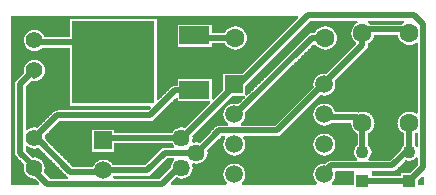
<source format=gbl>
%FSLAX33Y33*%
%MOMM*%
%AMRect-W1500000-H2500000-RO0.500*
21,1,1.5,2.5,0.,0.,270*%
%AMRect-W7000000-H7000000-RO0.500*
21,1,7.,7.,0.,0.,270*%
%AMRect-W1100000-H1100000-RO1.500*
21,1,1.1,1.1,0.,0.,90*%
%AMRect-W1500000-H1500000-RO0.500*
21,1,1.5,1.5,0.,0.,270*%
%ADD10C,0.0508*%
%ADD11C,0.508*%
%ADD12Rect-W1500000-H2500000-RO0.500*%
%ADD13Rect-W7000000-H7000000-RO0.500*%
%ADD14C,1.45*%
%ADD15C,1.6*%
%ADD16C,1.4*%
%ADD17C,1.1*%
%ADD18Rect-W1100000-H1100000-RO1.500*%
%ADD19C,1.5*%
%ADD20Rect-W1500000-H1500000-RO0.500*%
%ADD21C,1.6*%
%ADD22R,1.5X1.5*%
%ADD23C,1.5*%
D10*
%LNpour fill*%
G01*
X8119Y-10667D02*
X8119Y-10667D01*
X8055Y-10625*
X8053Y-10623*
X5646Y-8217*
X5544Y-8259*
X5541Y-8260*
X5302Y-8291*
X5298Y-8291*
X5059Y-8260*
X5056Y-8259*
X4833Y-8167*
X4830Y-8165*
X4715Y-8077*
X4617Y-8125*
X4617Y-8421*
X5171Y-8975*
X5298Y-8959*
X5302Y-8959*
X5541Y-8990*
X5544Y-8991*
X5767Y-9083*
X5770Y-9085*
X5961Y-9232*
X5963Y-9234*
X6110Y-9425*
X6112Y-9428*
X6204Y-9651*
X6205Y-9654*
X6236Y-9893*
X6236Y-9897*
X6205Y-10136*
X6204Y-10139*
X6153Y-10263*
X6649Y-10758*
X8091Y-10758*
X8119Y-10667*
X6624Y-10734D02*
X8098Y-10734D01*
X6575Y-10685D02*
X8114Y-10685D01*
X6525Y-10635D02*
X8070Y-10635D01*
X6476Y-10586D02*
X8016Y-10586D01*
X6426Y-10536D02*
X7966Y-10536D01*
X6377Y-10487D02*
X7916Y-10487D01*
X6327Y-10437D02*
X7867Y-10437D01*
X6278Y-10388D02*
X7817Y-10388D01*
X6228Y-10338D02*
X7768Y-10338D01*
X6179Y-10289D02*
X7718Y-10289D01*
X6163Y-10239D02*
X7669Y-10239D01*
X6183Y-10189D02*
X7619Y-10189D01*
X6204Y-10140D02*
X7570Y-10140D01*
X6211Y-10090D02*
X7520Y-10090D01*
X6217Y-10041D02*
X7471Y-10041D01*
X6224Y-9991D02*
X7421Y-9991D01*
X6230Y-9942D02*
X7372Y-9942D01*
X6236Y-9892D02*
X7322Y-9892D01*
X6230Y-9843D02*
X7273Y-9843D01*
X6223Y-9793D02*
X7223Y-9793D01*
X6217Y-9744D02*
X7174Y-9744D01*
X6210Y-9694D02*
X7124Y-9694D01*
X6201Y-9645D02*
X7074Y-9645D01*
X6181Y-9595D02*
X7025Y-9595D01*
X6160Y-9546D02*
X6975Y-9546D01*
X6140Y-9496D02*
X6926Y-9496D01*
X6119Y-9447D02*
X6876Y-9447D01*
X6088Y-9397D02*
X6827Y-9397D01*
X6050Y-9347D02*
X6777Y-9347D01*
X6012Y-9298D02*
X6728Y-9298D01*
X5974Y-9248D02*
X6678Y-9248D01*
X5918Y-9199D02*
X6629Y-9199D01*
X5854Y-9149D02*
X6579Y-9149D01*
X5789Y-9100D02*
X6530Y-9100D01*
X5687Y-9050D02*
X6480Y-9050D01*
X5568Y-9001D02*
X6431Y-9001D01*
X5146Y-8951D02*
X6381Y-8951D01*
X5097Y-8902D02*
X6332Y-8902D01*
X5047Y-8852D02*
X6282Y-8852D01*
X4998Y-8803D02*
X6232Y-8803D01*
X4948Y-8753D02*
X6183Y-8753D01*
X4899Y-8704D02*
X6133Y-8704D01*
X4849Y-8654D02*
X6084Y-8654D01*
X4800Y-8605D02*
X6034Y-8605D01*
X4750Y-8555D02*
X5985Y-8555D01*
X4701Y-8505D02*
X5935Y-8505D01*
X4651Y-8456D02*
X5886Y-8456D01*
X4617Y-8406D02*
X5836Y-8406D01*
X4617Y-8357D02*
X5787Y-8357D01*
X4617Y-8307D02*
X5737Y-8307D01*
X4617Y-8258D02*
X5053Y-8258D01*
X5547Y-8258D02*
X5688Y-8258D01*
X4617Y-8208D02*
X4933Y-8208D01*
X4617Y-8159D02*
X4822Y-8159D01*
X4649Y-8109D02*
X4758Y-8109D01*
X29170Y-11164D02*
X29170Y-11164D01*
X29163Y-11159*
X29161Y-11157*
X29006Y-10955*
X29005Y-10952*
X28907Y-10717*
X28906Y-10714*
X28873Y-10462*
X28873Y-10458*
X28906Y-10206*
X28907Y-10203*
X29005Y-9968*
X29006Y-9965*
X29161Y-9763*
X29163Y-9761*
X29365Y-9606*
X29368Y-9605*
X29603Y-9507*
X29606Y-9506*
X29858Y-9473*
X29862Y-9473*
X29990Y-9490*
X30103Y-9377*
X30105Y-9375*
X30260Y-9272*
X30264Y-9270*
X30446Y-9234*
X30449Y-9233*
X32585Y-9233*
X32616Y-9141*
X32571Y-9106*
X32569Y-9104*
X32446Y-8944*
X32444Y-8941*
X32367Y-8755*
X32366Y-8752*
X32340Y-8552*
X32340Y-8548*
X32366Y-8348*
X32367Y-8345*
X32444Y-8159*
X32446Y-8156*
X32569Y-7996*
X32571Y-7994*
X32633Y-7946*
X32633Y-7020*
X32608Y-7009*
X32605Y-7007*
X32393Y-6845*
X32390Y-6842*
X32228Y-6630*
X32226Y-6627*
X32124Y-6380*
X32123Y-6377*
X32089Y-6121*
X32085Y-6117*
X30508Y-6117*
X30355Y-6234*
X30352Y-6235*
X30117Y-6333*
X30114Y-6334*
X29862Y-6367*
X29858Y-6367*
X29606Y-6334*
X29603Y-6333*
X29368Y-6235*
X29365Y-6234*
X29163Y-6079*
X29161Y-6077*
X29006Y-5875*
X29005Y-5872*
X28907Y-5637*
X28906Y-5634*
X28873Y-5382*
X28873Y-5378*
X28906Y-5126*
X28907Y-5123*
X29005Y-4888*
X29006Y-4885*
X29161Y-4683*
X29163Y-4681*
X29365Y-4526*
X29368Y-4525*
X29603Y-4427*
X29606Y-4426*
X29858Y-4393*
X29862Y-4393*
X30114Y-4426*
X30117Y-4427*
X30352Y-4525*
X30355Y-4526*
X30557Y-4681*
X30559Y-4683*
X30714Y-4885*
X30715Y-4888*
X30813Y-5123*
X30814Y-5126*
X30815Y-5133*
X32641Y-5133*
X32644Y-5134*
X32745Y-5154*
X32855Y-5109*
X32858Y-5108*
X33123Y-5073*
X33127Y-5073*
X33392Y-5108*
X33395Y-5109*
X33642Y-5211*
X33645Y-5213*
X33857Y-5375*
X33860Y-5378*
X34022Y-5590*
X34024Y-5593*
X34126Y-5840*
X34127Y-5843*
X34162Y-6108*
X34162Y-6112*
X34127Y-6377*
X34126Y-6380*
X34024Y-6627*
X34022Y-6630*
X33860Y-6842*
X33857Y-6845*
X33645Y-7007*
X33642Y-7009*
X33617Y-7020*
X33617Y-7946*
X33679Y-7994*
X33681Y-7996*
X33804Y-8156*
X33806Y-8159*
X33883Y-8345*
X33884Y-8348*
X33910Y-8548*
X33910Y-8552*
X33884Y-8752*
X33883Y-8755*
X33806Y-8941*
X33804Y-8944*
X33681Y-9104*
X33679Y-9106*
X33634Y-9141*
X33665Y-9233*
X35446Y-9233*
X36285Y-8395*
X36291Y-8348*
X36292Y-8345*
X36369Y-8159*
X36371Y-8156*
X36494Y-7996*
X36496Y-7994*
X36558Y-7946*
X36558Y-7020*
X36533Y-7009*
X36530Y-7007*
X36318Y-6845*
X36315Y-6842*
X36153Y-6630*
X36151Y-6627*
X36049Y-6380*
X36048Y-6377*
X36013Y-6112*
X36013Y-6108*
X36048Y-5843*
X36049Y-5840*
X36151Y-5593*
X36153Y-5590*
X36315Y-5378*
X36318Y-5375*
X36530Y-5213*
X36533Y-5211*
X36780Y-5109*
X36783Y-5108*
X37048Y-5073*
X37052Y-5073*
X37317Y-5108*
X37320Y-5109*
X37567Y-5211*
X37570Y-5213*
X37660Y-5281*
X37758Y-5233*
X37758Y0633*
X37660Y0681*
X37570Y0613*
X37567Y0611*
X37320Y0509*
X37317Y0508*
X37052Y0473*
X37048Y0473*
X36783Y0508*
X36780Y0509*
X36533Y0611*
X36530Y0613*
X36318Y0775*
X36315Y0778*
X36153Y0990*
X36151Y0993*
X36049Y1240*
X36048Y1243*
X36039Y1308*
X34136Y1308*
X34127Y1243*
X34126Y1240*
X34024Y0993*
X34022Y0990*
X33860Y0778*
X33857Y0775*
X33645Y0613*
X33642Y0611*
X33617Y0600*
X33617Y0499*
X33616Y0496*
X33580Y0314*
X33578Y0310*
X33475Y0155*
X33473Y0153*
X30791Y-2530*
X30813Y-2583*
X30814Y-2586*
X30847Y-2838*
X30847Y-2842*
X30814Y-3094*
X30813Y-3097*
X30715Y-3332*
X30714Y-3335*
X30559Y-3537*
X30557Y-3539*
X30355Y-3694*
X30352Y-3695*
X30117Y-3793*
X30114Y-3794*
X29862Y-3827*
X29858Y-3827*
X29606Y-3794*
X29603Y-3793*
X29578Y-3782*
X26262Y-7098*
X26260Y-7100*
X26105Y-7203*
X26101Y-7205*
X25919Y-7241*
X25916Y-7242*
X23077Y-7242*
X23029Y-7340*
X23094Y-7425*
X23095Y-7428*
X23193Y-7663*
X23194Y-7666*
X23227Y-7918*
X23227Y-7922*
X23194Y-8174*
X23193Y-8177*
X23095Y-8412*
X23094Y-8415*
X22939Y-8617*
X22937Y-8619*
X22735Y-8774*
X22732Y-8775*
X22497Y-8873*
X22494Y-8874*
X22242Y-8907*
X22238Y-8907*
X21986Y-8874*
X21983Y-8873*
X21748Y-8775*
X21745Y-8774*
X21543Y-8619*
X21541Y-8617*
X21386Y-8415*
X21385Y-8412*
X21287Y-8177*
X21286Y-8174*
X21253Y-7922*
X21253Y-7918*
X21286Y-7666*
X21287Y-7663*
X21385Y-7428*
X21386Y-7425*
X21451Y-7340*
X21403Y-7242*
X21204Y-7242*
X20001Y-8445*
X20024Y-8623*
X20024Y-8627*
X19992Y-8872*
X19991Y-8875*
X19896Y-9104*
X19894Y-9107*
X19744Y-9304*
X19741Y-9306*
X19545Y-9457*
X19542Y-9459*
X19313Y-9553*
X19310Y-9554*
X19064Y-9587*
X19061Y-9587*
X18815Y-9554*
X18812Y-9553*
X18769Y-9536*
X18703Y-9601*
X18721Y-9645*
X18722Y-9648*
X18754Y-9893*
X18754Y-9897*
X18722Y-10142*
X18721Y-10145*
X18626Y-10374*
X18624Y-10377*
X18474Y-10574*
X18471Y-10576*
X18275Y-10727*
X18272Y-10729*
X18043Y-10823*
X18040Y-10824*
X17794Y-10857*
X17791Y-10857*
X17545Y-10824*
X17542Y-10823*
X17333Y-10737*
X16907Y-11164*
X16942Y-11250*
X21521Y-11250*
X21550Y-11164*
X21543Y-11159*
X21541Y-11157*
X21386Y-10955*
X21385Y-10952*
X21287Y-10717*
X21286Y-10714*
X21253Y-10462*
X21253Y-10458*
X21286Y-10206*
X21287Y-10203*
X21385Y-9968*
X21386Y-9965*
X21541Y-9763*
X21543Y-9761*
X21745Y-9606*
X21748Y-9605*
X21983Y-9507*
X21986Y-9506*
X22238Y-9473*
X22242Y-9473*
X22494Y-9506*
X22497Y-9507*
X22732Y-9605*
X22735Y-9606*
X22937Y-9761*
X22939Y-9763*
X23094Y-9965*
X23095Y-9968*
X23193Y-10203*
X23194Y-10206*
X23227Y-10458*
X23227Y-10462*
X23194Y-10714*
X23193Y-10717*
X23095Y-10952*
X23094Y-10955*
X22939Y-11157*
X22937Y-11159*
X22930Y-11164*
X22959Y-11250*
X29141Y-11250*
X29170Y-11164*
X30114Y-8874D02*
X30114Y-8874D01*
X30117Y-8873*
X30352Y-8775*
X30355Y-8774*
X30557Y-8619*
X30559Y-8617*
X30714Y-8415*
X30715Y-8412*
X30813Y-8177*
X30814Y-8174*
X30847Y-7922*
X30847Y-7918*
X30814Y-7666*
X30813Y-7663*
X30715Y-7428*
X30714Y-7425*
X30559Y-7223*
X30557Y-7221*
X30355Y-7066*
X30352Y-7065*
X30117Y-6967*
X30114Y-6966*
X29862Y-6933*
X29858Y-6933*
X29606Y-6966*
X29603Y-6967*
X29368Y-7065*
X29365Y-7066*
X29163Y-7221*
X29161Y-7223*
X29006Y-7425*
X29005Y-7428*
X28907Y-7663*
X28906Y-7666*
X28873Y-7918*
X28873Y-7922*
X28906Y-8174*
X28907Y-8177*
X29005Y-8412*
X29006Y-8415*
X29161Y-8617*
X29163Y-8619*
X29365Y-8774*
X29368Y-8775*
X29603Y-8873*
X29606Y-8874*
X29858Y-8907*
X29862Y-8907*
X30114Y-8874*
X16932Y-11225D02*
X21529Y-11225D01*
X22951Y-11225D02*
X29149Y-11225D01*
X16912Y-11176D02*
X21546Y-11176D01*
X22934Y-11176D02*
X29166Y-11176D01*
X16944Y-11126D02*
X21518Y-11126D01*
X22962Y-11126D02*
X29138Y-11126D01*
X16993Y-11077D02*
X21480Y-11077D01*
X23000Y-11077D02*
X29100Y-11077D01*
X17043Y-11027D02*
X21442Y-11027D01*
X23038Y-11027D02*
X29062Y-11027D01*
X17092Y-10978D02*
X21404Y-10978D01*
X23076Y-10978D02*
X29024Y-10978D01*
X17142Y-10928D02*
X21375Y-10928D01*
X23105Y-10928D02*
X28995Y-10928D01*
X17191Y-10879D02*
X21354Y-10879D01*
X23126Y-10879D02*
X28974Y-10879D01*
X17241Y-10829D02*
X17583Y-10829D01*
X18002Y-10829D02*
X21334Y-10829D01*
X23146Y-10829D02*
X28954Y-10829D01*
X17290Y-10780D02*
X17436Y-10780D01*
X18149Y-10780D02*
X21313Y-10780D01*
X23167Y-10780D02*
X28933Y-10780D01*
X18268Y-10730D02*
X21293Y-10730D01*
X23187Y-10730D02*
X28913Y-10730D01*
X18335Y-10681D02*
X21282Y-10681D01*
X23198Y-10681D02*
X28902Y-10681D01*
X18400Y-10631D02*
X21275Y-10631D01*
X23205Y-10631D02*
X28895Y-10631D01*
X18464Y-10582D02*
X21269Y-10582D01*
X23211Y-10582D02*
X28889Y-10582D01*
X18506Y-10532D02*
X21262Y-10532D01*
X23218Y-10532D02*
X28882Y-10532D01*
X18544Y-10483D02*
X21256Y-10483D01*
X23224Y-10483D02*
X28876Y-10483D01*
X18582Y-10433D02*
X21257Y-10433D01*
X23223Y-10433D02*
X28877Y-10433D01*
X18620Y-10383D02*
X21263Y-10383D01*
X23217Y-10383D02*
X28883Y-10383D01*
X18643Y-10334D02*
X21270Y-10334D01*
X23210Y-10334D02*
X28890Y-10334D01*
X18663Y-10284D02*
X21276Y-10284D01*
X23204Y-10284D02*
X28896Y-10284D01*
X18684Y-10235D02*
X21283Y-10235D01*
X23197Y-10235D02*
X28903Y-10235D01*
X18704Y-10185D02*
X21295Y-10185D01*
X23185Y-10185D02*
X28915Y-10185D01*
X18723Y-10136D02*
X21315Y-10136D01*
X23165Y-10136D02*
X28935Y-10136D01*
X18729Y-10086D02*
X21336Y-10086D01*
X23144Y-10086D02*
X28956Y-10086D01*
X18736Y-10037D02*
X21356Y-10037D01*
X23124Y-10037D02*
X28976Y-10037D01*
X18742Y-9987D02*
X21377Y-9987D01*
X23103Y-9987D02*
X28997Y-9987D01*
X18749Y-9938D02*
X21407Y-9938D01*
X23073Y-9938D02*
X29027Y-9938D01*
X18753Y-9888D02*
X21445Y-9888D01*
X23035Y-9888D02*
X29065Y-9888D01*
X18747Y-9839D02*
X21483Y-9839D01*
X22997Y-9839D02*
X29103Y-9839D01*
X18740Y-9789D02*
X21521Y-9789D01*
X22959Y-9789D02*
X29141Y-9789D01*
X18734Y-9740D02*
X21571Y-9740D01*
X22909Y-9740D02*
X29191Y-9740D01*
X18727Y-9690D02*
X21636Y-9690D01*
X22844Y-9690D02*
X29256Y-9690D01*
X18719Y-9641D02*
X21700Y-9641D01*
X22780Y-9641D02*
X29320Y-9641D01*
X18713Y-9591D02*
X21781Y-9591D01*
X22699Y-9591D02*
X29401Y-9591D01*
X18763Y-9541D02*
X18783Y-9541D01*
X19342Y-9541D02*
X21900Y-9541D01*
X22580Y-9541D02*
X29520Y-9541D01*
X19461Y-9492D02*
X22096Y-9492D01*
X22384Y-9492D02*
X29716Y-9492D01*
X19564Y-9442D02*
X30037Y-9442D01*
X19628Y-9393D02*
X30087Y-9393D01*
X19693Y-9343D02*
X30153Y-9343D01*
X19751Y-9294D02*
X30227Y-9294D01*
X19789Y-9244D02*
X30393Y-9244D01*
X19827Y-9195D02*
X32598Y-9195D01*
X33652Y-9195D02*
X35485Y-9195D01*
X19865Y-9145D02*
X32615Y-9145D01*
X33635Y-9145D02*
X35535Y-9145D01*
X19900Y-9096D02*
X32562Y-9096D01*
X33688Y-9096D02*
X35584Y-9096D01*
X19920Y-9046D02*
X32524Y-9046D01*
X33726Y-9046D02*
X35634Y-9046D01*
X19941Y-8997D02*
X32486Y-8997D01*
X33764Y-8997D02*
X35683Y-8997D01*
X19961Y-8947D02*
X32448Y-8947D01*
X33802Y-8947D02*
X35733Y-8947D01*
X19982Y-8898D02*
X22168Y-8898D01*
X22312Y-8898D02*
X29788Y-8898D01*
X29932Y-8898D02*
X32426Y-8898D01*
X33824Y-8898D02*
X35782Y-8898D01*
X19995Y-8848D02*
X21923Y-8848D01*
X22557Y-8848D02*
X29543Y-8848D01*
X30177Y-8848D02*
X32406Y-8848D01*
X33844Y-8848D02*
X35832Y-8848D01*
X20001Y-8799D02*
X21804Y-8799D01*
X22676Y-8799D02*
X29424Y-8799D01*
X30296Y-8799D02*
X32385Y-8799D01*
X33865Y-8799D02*
X35881Y-8799D01*
X20008Y-8749D02*
X21713Y-8749D01*
X22767Y-8749D02*
X29333Y-8749D01*
X30387Y-8749D02*
X32366Y-8749D01*
X33884Y-8749D02*
X35931Y-8749D01*
X20015Y-8699D02*
X21648Y-8699D01*
X22832Y-8699D02*
X29268Y-8699D01*
X30452Y-8699D02*
X32359Y-8699D01*
X33891Y-8699D02*
X35980Y-8699D01*
X20021Y-8650D02*
X21584Y-8650D01*
X22896Y-8650D02*
X29204Y-8650D01*
X30516Y-8650D02*
X32353Y-8650D01*
X33897Y-8650D02*
X36030Y-8650D01*
X20021Y-8600D02*
X21529Y-8600D01*
X22951Y-8600D02*
X29149Y-8600D01*
X30571Y-8600D02*
X32346Y-8600D01*
X33904Y-8600D02*
X36079Y-8600D01*
X20015Y-8551D02*
X21491Y-8551D01*
X22989Y-8551D02*
X29111Y-8551D01*
X30609Y-8551D02*
X32340Y-8551D01*
X33910Y-8551D02*
X36129Y-8551D01*
X20008Y-8501D02*
X21453Y-8501D01*
X23027Y-8501D02*
X29073Y-8501D01*
X30647Y-8501D02*
X32346Y-8501D01*
X33904Y-8501D02*
X36179Y-8501D01*
X20002Y-8452D02*
X21415Y-8452D01*
X23065Y-8452D02*
X29035Y-8452D01*
X30685Y-8452D02*
X32353Y-8452D01*
X33897Y-8452D02*
X36228Y-8452D01*
X20043Y-8402D02*
X21381Y-8402D01*
X23099Y-8402D02*
X29001Y-8402D01*
X30719Y-8402D02*
X32359Y-8402D01*
X33891Y-8402D02*
X36278Y-8402D01*
X20092Y-8353D02*
X21360Y-8353D01*
X23120Y-8353D02*
X28980Y-8353D01*
X30740Y-8353D02*
X32366Y-8353D01*
X33884Y-8353D02*
X36291Y-8353D01*
X20142Y-8303D02*
X21339Y-8303D01*
X23141Y-8303D02*
X28959Y-8303D01*
X30761Y-8303D02*
X32384Y-8303D01*
X33866Y-8303D02*
X36309Y-8303D01*
X20191Y-8254D02*
X21319Y-8254D01*
X23161Y-8254D02*
X28939Y-8254D01*
X30781Y-8254D02*
X32405Y-8254D01*
X33845Y-8254D02*
X36330Y-8254D01*
X20241Y-8204D02*
X21298Y-8204D01*
X23182Y-8204D02*
X28918Y-8204D01*
X30802Y-8204D02*
X32426Y-8204D01*
X33824Y-8204D02*
X36351Y-8204D01*
X20291Y-8155D02*
X21284Y-8155D01*
X23196Y-8155D02*
X28904Y-8155D01*
X30816Y-8155D02*
X32447Y-8155D01*
X33803Y-8155D02*
X36372Y-8155D01*
X20340Y-8105D02*
X21277Y-8105D01*
X23203Y-8105D02*
X28897Y-8105D01*
X30823Y-8105D02*
X32485Y-8105D01*
X33765Y-8105D02*
X36410Y-8105D01*
X20390Y-8056D02*
X21271Y-8056D01*
X23209Y-8056D02*
X28891Y-8056D01*
X30829Y-8056D02*
X32523Y-8056D01*
X33727Y-8056D02*
X36448Y-8056D01*
X20439Y-8006D02*
X21264Y-8006D01*
X23216Y-8006D02*
X28884Y-8006D01*
X30836Y-8006D02*
X32561Y-8006D01*
X33689Y-8006D02*
X36486Y-8006D01*
X20489Y-7956D02*
X21258Y-7956D01*
X23222Y-7956D02*
X28878Y-7956D01*
X30842Y-7956D02*
X32619Y-7956D01*
X33631Y-7956D02*
X36544Y-7956D01*
X20538Y-7907D02*
X21255Y-7907D01*
X23225Y-7907D02*
X28875Y-7907D01*
X30845Y-7907D02*
X32633Y-7907D01*
X33617Y-7907D02*
X36558Y-7907D01*
X20588Y-7857D02*
X21261Y-7857D01*
X23219Y-7857D02*
X28881Y-7857D01*
X30839Y-7857D02*
X32633Y-7857D01*
X33617Y-7857D02*
X36558Y-7857D01*
X20637Y-7808D02*
X21268Y-7808D01*
X23212Y-7808D02*
X28888Y-7808D01*
X30832Y-7808D02*
X32633Y-7808D01*
X33617Y-7808D02*
X36558Y-7808D01*
X20687Y-7758D02*
X21274Y-7758D01*
X23206Y-7758D02*
X28894Y-7758D01*
X30826Y-7758D02*
X32633Y-7758D01*
X33617Y-7758D02*
X36558Y-7758D01*
X20736Y-7709D02*
X21281Y-7709D01*
X23199Y-7709D02*
X28901Y-7709D01*
X30819Y-7709D02*
X32633Y-7709D01*
X33617Y-7709D02*
X36558Y-7709D01*
X20786Y-7659D02*
X21289Y-7659D01*
X23191Y-7659D02*
X28909Y-7659D01*
X30811Y-7659D02*
X32633Y-7659D01*
X33617Y-7659D02*
X36558Y-7659D01*
X20835Y-7610D02*
X21309Y-7610D01*
X23171Y-7610D02*
X28929Y-7610D01*
X30791Y-7610D02*
X32633Y-7610D01*
X33617Y-7610D02*
X36558Y-7610D01*
X20885Y-7560D02*
X21330Y-7560D01*
X23150Y-7560D02*
X28950Y-7560D01*
X30770Y-7560D02*
X32633Y-7560D01*
X33617Y-7560D02*
X36558Y-7560D01*
X20934Y-7511D02*
X21350Y-7511D01*
X23130Y-7511D02*
X28970Y-7511D01*
X30750Y-7511D02*
X32633Y-7511D01*
X33617Y-7511D02*
X36558Y-7511D01*
X20984Y-7461D02*
X21371Y-7461D01*
X23109Y-7461D02*
X28991Y-7461D01*
X30729Y-7461D02*
X32633Y-7461D01*
X33617Y-7461D02*
X36558Y-7461D01*
X21034Y-7412D02*
X21397Y-7412D01*
X23083Y-7412D02*
X29017Y-7412D01*
X30703Y-7412D02*
X32633Y-7412D01*
X33617Y-7412D02*
X36558Y-7412D01*
X21083Y-7362D02*
X21435Y-7362D01*
X23045Y-7362D02*
X29055Y-7362D01*
X30665Y-7362D02*
X32633Y-7362D01*
X33617Y-7362D02*
X36558Y-7362D01*
X21133Y-7313D02*
X21438Y-7313D01*
X23042Y-7313D02*
X29093Y-7313D01*
X30627Y-7313D02*
X32633Y-7313D01*
X33617Y-7313D02*
X36558Y-7313D01*
X21182Y-7263D02*
X21413Y-7263D01*
X23067Y-7263D02*
X29131Y-7263D01*
X30589Y-7263D02*
X32633Y-7263D01*
X33617Y-7263D02*
X36558Y-7263D01*
X26058Y-7214D02*
X29173Y-7214D01*
X30547Y-7214D02*
X32633Y-7214D01*
X33617Y-7214D02*
X36558Y-7214D01*
X26164Y-7164D02*
X29238Y-7164D01*
X30482Y-7164D02*
X32633Y-7164D01*
X33617Y-7164D02*
X36558Y-7164D01*
X26238Y-7114D02*
X29302Y-7114D01*
X30418Y-7114D02*
X32633Y-7114D01*
X33617Y-7114D02*
X36558Y-7114D01*
X26295Y-7065D02*
X29367Y-7065D01*
X30353Y-7065D02*
X32633Y-7065D01*
X33617Y-7065D02*
X36558Y-7065D01*
X26345Y-7015D02*
X29487Y-7015D01*
X30233Y-7015D02*
X32623Y-7015D01*
X33627Y-7015D02*
X36548Y-7015D01*
X26394Y-6966D02*
X29610Y-6966D01*
X30110Y-6966D02*
X32551Y-6966D01*
X33699Y-6966D02*
X36476Y-6966D01*
X26444Y-6916D02*
X32486Y-6916D01*
X33764Y-6916D02*
X36411Y-6916D01*
X26493Y-6867D02*
X32422Y-6867D01*
X33828Y-6867D02*
X36347Y-6867D01*
X26543Y-6817D02*
X32371Y-6817D01*
X33879Y-6817D02*
X36296Y-6817D01*
X26592Y-6768D02*
X32333Y-6768D01*
X33917Y-6768D02*
X36258Y-6768D01*
X26642Y-6718D02*
X32295Y-6718D01*
X33955Y-6718D02*
X36220Y-6718D01*
X26691Y-6669D02*
X32257Y-6669D01*
X33993Y-6669D02*
X36182Y-6669D01*
X26741Y-6619D02*
X32223Y-6619D01*
X34027Y-6619D02*
X36148Y-6619D01*
X26791Y-6570D02*
X32202Y-6570D01*
X34048Y-6570D02*
X36127Y-6570D01*
X26840Y-6520D02*
X32182Y-6520D01*
X34068Y-6520D02*
X36107Y-6520D01*
X26890Y-6471D02*
X32161Y-6471D01*
X34089Y-6471D02*
X36086Y-6471D01*
X26939Y-6421D02*
X32140Y-6421D01*
X34110Y-6421D02*
X36065Y-6421D01*
X26989Y-6372D02*
X32122Y-6372D01*
X34128Y-6372D02*
X36047Y-6372D01*
X27038Y-6322D02*
X29577Y-6322D01*
X30143Y-6322D02*
X32115Y-6322D01*
X34135Y-6322D02*
X36040Y-6322D01*
X27088Y-6272D02*
X29457Y-6272D01*
X30263Y-6272D02*
X32109Y-6272D01*
X34141Y-6272D02*
X36034Y-6272D01*
X27137Y-6223D02*
X29351Y-6223D01*
X30369Y-6223D02*
X32102Y-6223D01*
X34148Y-6223D02*
X36027Y-6223D01*
X27187Y-6173D02*
X29286Y-6173D01*
X30434Y-6173D02*
X32096Y-6173D01*
X34154Y-6173D02*
X36021Y-6173D01*
X27236Y-6124D02*
X29222Y-6124D01*
X30498Y-6124D02*
X32089Y-6124D01*
X34161Y-6124D02*
X36014Y-6124D01*
X27286Y-6074D02*
X29159Y-6074D01*
X34158Y-6074D02*
X36017Y-6074D01*
X27335Y-6025D02*
X29121Y-6025D01*
X34151Y-6025D02*
X36024Y-6025D01*
X27385Y-5975D02*
X29083Y-5975D01*
X34145Y-5975D02*
X36030Y-5975D01*
X27434Y-5926D02*
X29045Y-5926D01*
X34138Y-5926D02*
X36037Y-5926D01*
X27484Y-5876D02*
X29007Y-5876D01*
X34132Y-5876D02*
X36043Y-5876D01*
X27533Y-5827D02*
X28986Y-5827D01*
X34121Y-5827D02*
X36054Y-5827D01*
X27583Y-5777D02*
X28965Y-5777D01*
X34100Y-5777D02*
X36075Y-5777D01*
X27633Y-5728D02*
X28945Y-5728D01*
X34080Y-5728D02*
X36095Y-5728D01*
X27682Y-5678D02*
X28924Y-5678D01*
X34059Y-5678D02*
X36116Y-5678D01*
X27732Y-5629D02*
X28906Y-5629D01*
X34039Y-5629D02*
X36136Y-5629D01*
X27781Y-5579D02*
X28899Y-5579D01*
X34014Y-5579D02*
X36161Y-5579D01*
X27831Y-5530D02*
X28893Y-5530D01*
X33976Y-5530D02*
X36199Y-5530D01*
X27880Y-5480D02*
X28886Y-5480D01*
X33938Y-5480D02*
X36237Y-5480D01*
X27930Y-5430D02*
X28880Y-5430D01*
X33900Y-5430D02*
X36275Y-5430D01*
X27979Y-5381D02*
X28873Y-5381D01*
X33862Y-5381D02*
X36313Y-5381D01*
X28029Y-5331D02*
X28879Y-5331D01*
X33800Y-5331D02*
X36375Y-5331D01*
X28078Y-5282D02*
X28886Y-5282D01*
X33735Y-5282D02*
X36440Y-5282D01*
X28128Y-5232D02*
X28892Y-5232D01*
X33671Y-5232D02*
X36504Y-5232D01*
X37596Y-5232D02*
X37758Y-5232D01*
X28177Y-5183D02*
X28899Y-5183D01*
X33574Y-5183D02*
X36601Y-5183D01*
X37499Y-5183D02*
X37758Y-5183D01*
X28227Y-5133D02*
X28905Y-5133D01*
X30815Y-5133D02*
X32795Y-5133D01*
X33455Y-5133D02*
X36720Y-5133D01*
X37380Y-5133D02*
X37758Y-5133D01*
X28276Y-5084D02*
X28923Y-5084D01*
X30797Y-5084D02*
X33040Y-5084D01*
X33210Y-5084D02*
X36965Y-5084D01*
X37135Y-5084D02*
X37758Y-5084D01*
X28326Y-5034D02*
X28944Y-5034D01*
X30776Y-5034D02*
X37758Y-5034D01*
X28375Y-4985D02*
X28965Y-4985D01*
X30755Y-4985D02*
X37758Y-4985D01*
X28425Y-4935D02*
X28985Y-4935D01*
X30735Y-4935D02*
X37758Y-4935D01*
X28475Y-4886D02*
X29006Y-4886D01*
X30714Y-4886D02*
X37758Y-4886D01*
X28524Y-4836D02*
X29044Y-4836D01*
X30676Y-4836D02*
X37758Y-4836D01*
X28574Y-4787D02*
X29082Y-4787D01*
X30638Y-4787D02*
X37758Y-4787D01*
X28623Y-4737D02*
X29120Y-4737D01*
X30600Y-4737D02*
X37758Y-4737D01*
X28673Y-4688D02*
X29158Y-4688D01*
X30562Y-4688D02*
X37758Y-4688D01*
X28722Y-4638D02*
X29219Y-4638D01*
X30501Y-4638D02*
X37758Y-4638D01*
X28772Y-4588D02*
X29284Y-4588D01*
X30436Y-4588D02*
X37758Y-4588D01*
X28821Y-4539D02*
X29349Y-4539D01*
X30371Y-4539D02*
X37758Y-4539D01*
X28871Y-4489D02*
X29453Y-4489D01*
X30267Y-4489D02*
X37758Y-4489D01*
X28920Y-4440D02*
X29572Y-4440D01*
X30148Y-4440D02*
X37758Y-4440D01*
X28970Y-4390D02*
X37758Y-4390D01*
X29019Y-4341D02*
X37758Y-4341D01*
X29069Y-4291D02*
X37758Y-4291D01*
X29118Y-4242D02*
X37758Y-4242D01*
X29168Y-4192D02*
X37758Y-4192D01*
X29217Y-4143D02*
X37758Y-4143D01*
X29267Y-4093D02*
X37758Y-4093D01*
X29317Y-4044D02*
X37758Y-4044D01*
X29366Y-3994D02*
X37758Y-3994D01*
X29416Y-3945D02*
X37758Y-3945D01*
X29465Y-3895D02*
X37758Y-3895D01*
X29515Y-3846D02*
X37758Y-3846D01*
X29564Y-3796D02*
X29624Y-3796D01*
X30096Y-3796D02*
X37758Y-3796D01*
X30229Y-3746D02*
X37758Y-3746D01*
X30348Y-3697D02*
X37758Y-3697D01*
X30415Y-3647D02*
X37758Y-3647D01*
X30480Y-3598D02*
X37758Y-3598D01*
X30544Y-3548D02*
X37758Y-3548D01*
X30588Y-3499D02*
X37758Y-3499D01*
X30626Y-3449D02*
X37758Y-3449D01*
X30664Y-3400D02*
X37758Y-3400D01*
X30702Y-3350D02*
X37758Y-3350D01*
X30728Y-3301D02*
X37758Y-3301D01*
X30749Y-3251D02*
X37758Y-3251D01*
X30769Y-3202D02*
X37758Y-3202D01*
X30790Y-3152D02*
X37758Y-3152D01*
X30810Y-3103D02*
X37758Y-3103D01*
X30819Y-3053D02*
X37758Y-3053D01*
X30826Y-3003D02*
X37758Y-3003D01*
X30832Y-2954D02*
X37758Y-2954D01*
X30839Y-2904D02*
X37758Y-2904D01*
X30845Y-2855D02*
X37758Y-2855D01*
X30842Y-2805D02*
X37758Y-2805D01*
X30836Y-2756D02*
X37758Y-2756D01*
X30829Y-2706D02*
X37758Y-2706D01*
X30823Y-2657D02*
X37758Y-2657D01*
X30816Y-2607D02*
X37758Y-2607D01*
X30802Y-2558D02*
X37758Y-2558D01*
X30812Y-2508D02*
X37758Y-2508D01*
X30862Y-2459D02*
X37758Y-2459D01*
X30911Y-2409D02*
X37758Y-2409D01*
X30961Y-2360D02*
X37758Y-2360D01*
X31010Y-2310D02*
X37758Y-2310D01*
X31060Y-2261D02*
X37758Y-2261D01*
X31109Y-2211D02*
X37758Y-2211D01*
X31159Y-2161D02*
X37758Y-2161D01*
X31208Y-2112D02*
X37758Y-2112D01*
X31258Y-2062D02*
X37758Y-2062D01*
X31307Y-2013D02*
X37758Y-2013D01*
X31357Y-1963D02*
X37758Y-1963D01*
X31406Y-1914D02*
X37758Y-1914D01*
X31456Y-1864D02*
X37758Y-1864D01*
X31505Y-1815D02*
X37758Y-1815D01*
X31555Y-1765D02*
X37758Y-1765D01*
X31604Y-1716D02*
X37758Y-1716D01*
X31654Y-1666D02*
X37758Y-1666D01*
X31704Y-1617D02*
X37758Y-1617D01*
X31753Y-1567D02*
X37758Y-1567D01*
X31803Y-1518D02*
X37758Y-1518D01*
X31852Y-1468D02*
X37758Y-1468D01*
X31902Y-1419D02*
X37758Y-1419D01*
X31951Y-1369D02*
X37758Y-1369D01*
X32001Y-1319D02*
X37758Y-1319D01*
X32050Y-1270D02*
X37758Y-1270D01*
X32100Y-1220D02*
X37758Y-1220D01*
X32149Y-1171D02*
X37758Y-1171D01*
X32199Y-1121D02*
X37758Y-1121D01*
X32248Y-1072D02*
X37758Y-1072D01*
X32298Y-1022D02*
X37758Y-1022D01*
X32347Y-0973D02*
X37758Y-0973D01*
X32397Y-0923D02*
X37758Y-0923D01*
X32446Y-0874D02*
X37758Y-0874D01*
X32496Y-0824D02*
X37758Y-0824D01*
X32546Y-0775D02*
X37758Y-0775D01*
X32595Y-0725D02*
X37758Y-0725D01*
X32645Y-0676D02*
X37758Y-0676D01*
X32694Y-0626D02*
X37758Y-0626D01*
X32744Y-0577D02*
X37758Y-0577D01*
X32793Y-0527D02*
X37758Y-0527D01*
X32843Y-0477D02*
X37758Y-0477D01*
X32892Y-0428D02*
X37758Y-0428D01*
X32942Y-0378D02*
X37758Y-0378D01*
X32991Y-0329D02*
X37758Y-0329D01*
X33041Y-0279D02*
X37758Y-0279D01*
X33090Y-0230D02*
X37758Y-0230D01*
X33140Y-0180D02*
X37758Y-0180D01*
X33189Y-0131D02*
X37758Y-0131D01*
X33239Y-0081D02*
X37758Y-0081D01*
X33288Y-0032D02*
X37758Y-0032D01*
X33338Y0018D02*
X37758Y0018D01*
X33388Y0067D02*
X37758Y0067D01*
X33437Y0117D02*
X37758Y0117D01*
X33483Y0166D02*
X37758Y0166D01*
X33516Y0216D02*
X37758Y0216D01*
X33549Y0265D02*
X37758Y0265D01*
X33580Y0315D02*
X37758Y0315D01*
X33590Y0365D02*
X37758Y0365D01*
X33600Y0414D02*
X37758Y0414D01*
X33610Y0464D02*
X37758Y0464D01*
X33617Y0513D02*
X36769Y0513D01*
X37331Y0513D02*
X37758Y0513D01*
X33617Y0563D02*
X36649Y0563D01*
X37451Y0563D02*
X37758Y0563D01*
X33644Y0612D02*
X36531Y0612D01*
X37569Y0612D02*
X37758Y0612D01*
X33709Y0662D02*
X36466Y0662D01*
X37634Y0662D02*
X37700Y0662D01*
X33774Y0711D02*
X36401Y0711D01*
X33838Y0761D02*
X36337Y0761D01*
X33885Y0810D02*
X36290Y0810D01*
X33923Y0860D02*
X36252Y0860D01*
X33961Y0909D02*
X36214Y0909D01*
X33999Y0959D02*
X36176Y0959D01*
X34031Y1008D02*
X36144Y1008D01*
X34051Y1058D02*
X36124Y1058D01*
X34072Y1107D02*
X36103Y1107D01*
X34092Y1157D02*
X36083Y1157D01*
X34113Y1207D02*
X36062Y1207D01*
X34129Y1256D02*
X36046Y1256D01*
X34136Y1306D02*
X36039Y1306D01*
X5663Y-11164D02*
X5663Y-11164D01*
X5328Y-10828*
X5302Y-10831*
X5298Y-10831*
X5059Y-10800*
X5056Y-10799*
X4833Y-10707*
X4830Y-10705*
X4639Y-10558*
X4637Y-10556*
X4490Y-10365*
X4488Y-10362*
X4396Y-10139*
X4395Y-10136*
X4364Y-9897*
X4364Y-9893*
X4395Y-9654*
X4396Y-9651*
X4413Y-9609*
X3777Y-8972*
X3775Y-8970*
X3672Y-8815*
X3670Y-8811*
X3634Y-8629*
X3633Y-8626*
X3633Y-2819*
X3634Y-2816*
X3670Y-2634*
X3672Y-2630*
X3775Y-2475*
X3777Y-2473*
X4414Y-1836*
X4389Y-1647*
X4389Y-1643*
X4420Y-1404*
X4421Y-1401*
X4513Y-1178*
X4515Y-1175*
X4662Y-0984*
X4664Y-0982*
X4855Y-0835*
X4858Y-0833*
X5081Y-0741*
X5084Y-0740*
X5323Y-0709*
X5327Y-0709*
X5566Y-0740*
X5569Y-0741*
X5792Y-0833*
X5795Y-0835*
X5986Y-0982*
X5988Y-0984*
X6135Y-1175*
X6137Y-1178*
X6229Y-1401*
X6230Y-1404*
X6261Y-1643*
X6261Y-1647*
X6230Y-1886*
X6229Y-1889*
X6137Y-2112*
X6135Y-2115*
X5988Y-2306*
X5986Y-2308*
X5795Y-2455*
X5792Y-2457*
X5569Y-2549*
X5566Y-2550*
X5525Y-2555*
X5490Y-2578*
X5486Y-2580*
X5303Y-2617*
X5297Y-2617*
X5114Y-2580*
X5110Y-2578*
X5081Y-2559*
X4617Y-3024*
X4617Y-6585*
X4715Y-6633*
X4830Y-6545*
X4833Y-6543*
X5056Y-6451*
X5059Y-6450*
X5298Y-6419*
X5302Y-6419*
X5541Y-6450*
X5544Y-6451*
X5586Y-6468*
X6928Y-5127*
X6930Y-5125*
X7085Y-5022*
X7089Y-5020*
X7271Y-4984*
X7274Y-4983*
X14946Y-4983*
X15115Y-4815*
X15080Y-4729*
X8286Y-4729*
X8271Y-4714*
X8271Y0258*
X6007Y0258*
X5988Y0234*
X5986Y0232*
X5795Y0085*
X5792Y0083*
X5569Y-0009*
X5566Y-0010*
X5327Y-0041*
X5323Y-0041*
X5084Y-0010*
X5081Y-0009*
X4858Y0083*
X4855Y0085*
X4664Y0232*
X4662Y0234*
X4515Y0425*
X4513Y0428*
X4421Y0651*
X4420Y0654*
X4389Y0893*
X4389Y0897*
X4420Y1136*
X4421Y1139*
X4513Y1362*
X4515Y1365*
X4662Y1556*
X4664Y1558*
X4855Y1705*
X4858Y1707*
X5081Y1799*
X5084Y1800*
X5323Y1831*
X5327Y1831*
X5566Y1800*
X5569Y1799*
X5792Y1707*
X5795Y1705*
X5986Y1558*
X5988Y1556*
X6135Y1365*
X6137Y1362*
X6187Y1242*
X8271Y1242*
X8271Y2714*
X8286Y2729*
X15714Y2729*
X15729Y2714*
X15729Y-4080*
X15815Y-4115*
X16903Y-3027*
X16905Y-3025*
X17060Y-2922*
X17064Y-2920*
X17246Y-2884*
X17249Y-2883*
X17421Y-2883*
X17421Y-2336*
X17436Y-2321*
X20364Y-2321*
X20379Y-2336*
X20379Y-4045*
X20465Y-4080*
X21261Y-3283*
X21261Y-1876*
X21276Y-1861*
X22943Y-1861*
X27618Y2814*
X27583Y2900*
X3350Y2900*
X3350Y-11250*
X5628Y-11250*
X5663Y-11164*
X22582Y0098D02*
X22582Y0098D01*
X22585Y0099*
X22832Y0201*
X22835Y0203*
X23047Y0365*
X23050Y0368*
X23212Y0580*
X23214Y0583*
X23316Y0830*
X23317Y0833*
X23352Y1098*
X23352Y1102*
X23317Y1367*
X23316Y1370*
X23214Y1617*
X23212Y1620*
X23050Y1832*
X23047Y1835*
X22835Y1997*
X22832Y1999*
X22585Y2101*
X22582Y2102*
X22317Y2137*
X22313Y2137*
X22048Y2102*
X22045Y2101*
X21798Y1999*
X21795Y1997*
X21583Y1835*
X21580Y1832*
X21418Y1620*
X21416Y1617*
X21405Y1592*
X20379Y1592*
X20379Y2264*
X20364Y2279*
X17436Y2279*
X17421Y2264*
X17421Y0336*
X17436Y0321*
X20364Y0321*
X20379Y0336*
X20379Y0608*
X21405Y0608*
X21416Y0583*
X21418Y0580*
X21580Y0368*
X21583Y0365*
X21795Y0203*
X21798Y0201*
X22045Y0099*
X22048Y0098*
X22313Y0063*
X22317Y0063*
X22582Y0098*
X3350Y-11225D02*
X5638Y-11225D01*
X3350Y-11176D02*
X5658Y-11176D01*
X3350Y-11126D02*
X5626Y-11126D01*
X3350Y-11077D02*
X5577Y-11077D01*
X3350Y-11027D02*
X5527Y-11027D01*
X3350Y-10978D02*
X5478Y-10978D01*
X3350Y-10928D02*
X5428Y-10928D01*
X3350Y-10879D02*
X5379Y-10879D01*
X3350Y-10829D02*
X5282Y-10829D01*
X5318Y-10829D02*
X5329Y-10829D01*
X3350Y-10780D02*
X5009Y-10780D01*
X3350Y-10730D02*
X4890Y-10730D01*
X3350Y-10681D02*
X4798Y-10681D01*
X3350Y-10631D02*
X4734Y-10631D01*
X3350Y-10582D02*
X4669Y-10582D01*
X3350Y-10532D02*
X4618Y-10532D01*
X3350Y-10483D02*
X4580Y-10483D01*
X3350Y-10433D02*
X4542Y-10433D01*
X3350Y-10383D02*
X4504Y-10383D01*
X3350Y-10334D02*
X4477Y-10334D01*
X3350Y-10284D02*
X4456Y-10284D01*
X3350Y-10235D02*
X4436Y-10235D01*
X3350Y-10185D02*
X4415Y-10185D01*
X3350Y-10136D02*
X4395Y-10136D01*
X3350Y-10086D02*
X4389Y-10086D01*
X3350Y-10037D02*
X4382Y-10037D01*
X3350Y-9987D02*
X4376Y-9987D01*
X3350Y-9938D02*
X4369Y-9938D01*
X3350Y-9888D02*
X4364Y-9888D01*
X3350Y-9839D02*
X4371Y-9839D01*
X3350Y-9789D02*
X4377Y-9789D01*
X3350Y-9740D02*
X4384Y-9740D01*
X3350Y-9690D02*
X4390Y-9690D01*
X3350Y-9641D02*
X4400Y-9641D01*
X3350Y-9591D02*
X4396Y-9591D01*
X3350Y-9541D02*
X4346Y-9541D01*
X3350Y-9492D02*
X4297Y-9492D01*
X3350Y-9442D02*
X4247Y-9442D01*
X3350Y-9393D02*
X4198Y-9393D01*
X3350Y-9343D02*
X4148Y-9343D01*
X3350Y-9294D02*
X4099Y-9294D01*
X3350Y-9244D02*
X4049Y-9244D01*
X3350Y-9195D02*
X4000Y-9195D01*
X3350Y-9145D02*
X3950Y-9145D01*
X3350Y-9096D02*
X3901Y-9096D01*
X3350Y-9046D02*
X3851Y-9046D01*
X3350Y-8997D02*
X3801Y-8997D01*
X3350Y-8947D02*
X3760Y-8947D01*
X3350Y-8898D02*
X3727Y-8898D01*
X3350Y-8848D02*
X3694Y-8848D01*
X3350Y-8799D02*
X3667Y-8799D01*
X3350Y-8749D02*
X3658Y-8749D01*
X3350Y-8699D02*
X3648Y-8699D01*
X3350Y-8650D02*
X3638Y-8650D01*
X3350Y-8600D02*
X3633Y-8600D01*
X3350Y-8551D02*
X3633Y-8551D01*
X3350Y-8501D02*
X3633Y-8501D01*
X3350Y-8452D02*
X3633Y-8452D01*
X3350Y-8402D02*
X3633Y-8402D01*
X3350Y-8353D02*
X3633Y-8353D01*
X3350Y-8303D02*
X3633Y-8303D01*
X3350Y-8254D02*
X3633Y-8254D01*
X3350Y-8204D02*
X3633Y-8204D01*
X3350Y-8155D02*
X3633Y-8155D01*
X3350Y-8105D02*
X3633Y-8105D01*
X3350Y-8056D02*
X3633Y-8056D01*
X3350Y-8006D02*
X3633Y-8006D01*
X3350Y-7956D02*
X3633Y-7956D01*
X3350Y-7907D02*
X3633Y-7907D01*
X3350Y-7857D02*
X3633Y-7857D01*
X3350Y-7808D02*
X3633Y-7808D01*
X3350Y-7758D02*
X3633Y-7758D01*
X3350Y-7709D02*
X3633Y-7709D01*
X3350Y-7659D02*
X3633Y-7659D01*
X3350Y-7610D02*
X3633Y-7610D01*
X3350Y-7560D02*
X3633Y-7560D01*
X3350Y-7511D02*
X3633Y-7511D01*
X3350Y-7461D02*
X3633Y-7461D01*
X3350Y-7412D02*
X3633Y-7412D01*
X3350Y-7362D02*
X3633Y-7362D01*
X3350Y-7313D02*
X3633Y-7313D01*
X3350Y-7263D02*
X3633Y-7263D01*
X3350Y-7214D02*
X3633Y-7214D01*
X3350Y-7164D02*
X3633Y-7164D01*
X3350Y-7114D02*
X3633Y-7114D01*
X3350Y-7065D02*
X3633Y-7065D01*
X3350Y-7015D02*
X3633Y-7015D01*
X3350Y-6966D02*
X3633Y-6966D01*
X3350Y-6916D02*
X3633Y-6916D01*
X3350Y-6867D02*
X3633Y-6867D01*
X3350Y-6817D02*
X3633Y-6817D01*
X3350Y-6768D02*
X3633Y-6768D01*
X3350Y-6718D02*
X3633Y-6718D01*
X3350Y-6669D02*
X3633Y-6669D01*
X3350Y-6619D02*
X3633Y-6619D01*
X4687Y-6619D02*
X4734Y-6619D01*
X3350Y-6570D02*
X3633Y-6570D01*
X4617Y-6570D02*
X4798Y-6570D01*
X3350Y-6520D02*
X3633Y-6520D01*
X4617Y-6520D02*
X4889Y-6520D01*
X3350Y-6471D02*
X3633Y-6471D01*
X4617Y-6471D02*
X5009Y-6471D01*
X3350Y-6421D02*
X3633Y-6421D01*
X4617Y-6421D02*
X5280Y-6421D01*
X5320Y-6421D02*
X5634Y-6421D01*
X3350Y-6372D02*
X3633Y-6372D01*
X4617Y-6372D02*
X5683Y-6372D01*
X3350Y-6322D02*
X3633Y-6322D01*
X4617Y-6322D02*
X5733Y-6322D01*
X3350Y-6272D02*
X3633Y-6272D01*
X4617Y-6272D02*
X5782Y-6272D01*
X3350Y-6223D02*
X3633Y-6223D01*
X4617Y-6223D02*
X5832Y-6223D01*
X3350Y-6173D02*
X3633Y-6173D01*
X4617Y-6173D02*
X5881Y-6173D01*
X3350Y-6124D02*
X3633Y-6124D01*
X4617Y-6124D02*
X5931Y-6124D01*
X3350Y-6074D02*
X3633Y-6074D01*
X4617Y-6074D02*
X5980Y-6074D01*
X3350Y-6025D02*
X3633Y-6025D01*
X4617Y-6025D02*
X6030Y-6025D01*
X3350Y-5975D02*
X3633Y-5975D01*
X4617Y-5975D02*
X6080Y-5975D01*
X3350Y-5926D02*
X3633Y-5926D01*
X4617Y-5926D02*
X6129Y-5926D01*
X3350Y-5876D02*
X3633Y-5876D01*
X4617Y-5876D02*
X6179Y-5876D01*
X3350Y-5827D02*
X3633Y-5827D01*
X4617Y-5827D02*
X6228Y-5827D01*
X3350Y-5777D02*
X3633Y-5777D01*
X4617Y-5777D02*
X6278Y-5777D01*
X3350Y-5728D02*
X3633Y-5728D01*
X4617Y-5728D02*
X6327Y-5728D01*
X3350Y-5678D02*
X3633Y-5678D01*
X4617Y-5678D02*
X6377Y-5678D01*
X3350Y-5629D02*
X3633Y-5629D01*
X4617Y-5629D02*
X6426Y-5629D01*
X3350Y-5579D02*
X3633Y-5579D01*
X4617Y-5579D02*
X6476Y-5579D01*
X3350Y-5530D02*
X3633Y-5530D01*
X4617Y-5530D02*
X6525Y-5530D01*
X3350Y-5480D02*
X3633Y-5480D01*
X4617Y-5480D02*
X6575Y-5480D01*
X3350Y-5430D02*
X3633Y-5430D01*
X4617Y-5430D02*
X6624Y-5430D01*
X3350Y-5381D02*
X3633Y-5381D01*
X4617Y-5381D02*
X6674Y-5381D01*
X3350Y-5331D02*
X3633Y-5331D01*
X4617Y-5331D02*
X6723Y-5331D01*
X3350Y-5282D02*
X3633Y-5282D01*
X4617Y-5282D02*
X6773Y-5282D01*
X3350Y-5232D02*
X3633Y-5232D01*
X4617Y-5232D02*
X6822Y-5232D01*
X3350Y-5183D02*
X3633Y-5183D01*
X4617Y-5183D02*
X6872Y-5183D01*
X3350Y-5133D02*
X3633Y-5133D01*
X4617Y-5133D02*
X6922Y-5133D01*
X3350Y-5084D02*
X3633Y-5084D01*
X4617Y-5084D02*
X6992Y-5084D01*
X3350Y-5034D02*
X3633Y-5034D01*
X4617Y-5034D02*
X7066Y-5034D01*
X3350Y-4985D02*
X3633Y-4985D01*
X4617Y-4985D02*
X7266Y-4985D01*
X3350Y-4935D02*
X3633Y-4935D01*
X4617Y-4935D02*
X14995Y-4935D01*
X3350Y-4886D02*
X3633Y-4886D01*
X4617Y-4886D02*
X15044Y-4886D01*
X3350Y-4836D02*
X3633Y-4836D01*
X4617Y-4836D02*
X15094Y-4836D01*
X3350Y-4787D02*
X3633Y-4787D01*
X4617Y-4787D02*
X15104Y-4787D01*
X3350Y-4737D02*
X3633Y-4737D01*
X4617Y-4737D02*
X15083Y-4737D01*
X3350Y-4688D02*
X3633Y-4688D01*
X4617Y-4688D02*
X8271Y-4688D01*
X3350Y-4638D02*
X3633Y-4638D01*
X4617Y-4638D02*
X8271Y-4638D01*
X3350Y-4588D02*
X3633Y-4588D01*
X4617Y-4588D02*
X8271Y-4588D01*
X3350Y-4539D02*
X3633Y-4539D01*
X4617Y-4539D02*
X8271Y-4539D01*
X3350Y-4489D02*
X3633Y-4489D01*
X4617Y-4489D02*
X8271Y-4489D01*
X3350Y-4440D02*
X3633Y-4440D01*
X4617Y-4440D02*
X8271Y-4440D01*
X3350Y-4390D02*
X3633Y-4390D01*
X4617Y-4390D02*
X8271Y-4390D01*
X3350Y-4341D02*
X3633Y-4341D01*
X4617Y-4341D02*
X8271Y-4341D01*
X3350Y-4291D02*
X3633Y-4291D01*
X4617Y-4291D02*
X8271Y-4291D01*
X3350Y-4242D02*
X3633Y-4242D01*
X4617Y-4242D02*
X8271Y-4242D01*
X3350Y-4192D02*
X3633Y-4192D01*
X4617Y-4192D02*
X8271Y-4192D01*
X3350Y-4143D02*
X3633Y-4143D01*
X4617Y-4143D02*
X8271Y-4143D01*
X3350Y-4093D02*
X3633Y-4093D01*
X4617Y-4093D02*
X8271Y-4093D01*
X15761Y-4093D02*
X15837Y-4093D01*
X3350Y-4044D02*
X3633Y-4044D01*
X4617Y-4044D02*
X8271Y-4044D01*
X15729Y-4044D02*
X15886Y-4044D01*
X20379Y-4044D02*
X20501Y-4044D01*
X3350Y-3994D02*
X3633Y-3994D01*
X4617Y-3994D02*
X8271Y-3994D01*
X15729Y-3994D02*
X15936Y-3994D01*
X20379Y-3994D02*
X20551Y-3994D01*
X3350Y-3945D02*
X3633Y-3945D01*
X4617Y-3945D02*
X8271Y-3945D01*
X15729Y-3945D02*
X15985Y-3945D01*
X20379Y-3945D02*
X20600Y-3945D01*
X3350Y-3895D02*
X3633Y-3895D01*
X4617Y-3895D02*
X8271Y-3895D01*
X15729Y-3895D02*
X16035Y-3895D01*
X20379Y-3895D02*
X20650Y-3895D01*
X3350Y-3846D02*
X3633Y-3846D01*
X4617Y-3846D02*
X8271Y-3846D01*
X15729Y-3846D02*
X16084Y-3846D01*
X20379Y-3846D02*
X20699Y-3846D01*
X3350Y-3796D02*
X3633Y-3796D01*
X4617Y-3796D02*
X8271Y-3796D01*
X15729Y-3796D02*
X16134Y-3796D01*
X20379Y-3796D02*
X20749Y-3796D01*
X3350Y-3746D02*
X3633Y-3746D01*
X4617Y-3746D02*
X8271Y-3746D01*
X15729Y-3746D02*
X16183Y-3746D01*
X20379Y-3746D02*
X20798Y-3746D01*
X3350Y-3697D02*
X3633Y-3697D01*
X4617Y-3697D02*
X8271Y-3697D01*
X15729Y-3697D02*
X16233Y-3697D01*
X20379Y-3697D02*
X20848Y-3697D01*
X3350Y-3647D02*
X3633Y-3647D01*
X4617Y-3647D02*
X8271Y-3647D01*
X15729Y-3647D02*
X16282Y-3647D01*
X20379Y-3647D02*
X20897Y-3647D01*
X3350Y-3598D02*
X3633Y-3598D01*
X4617Y-3598D02*
X8271Y-3598D01*
X15729Y-3598D02*
X16332Y-3598D01*
X20379Y-3598D02*
X20947Y-3598D01*
X3350Y-3548D02*
X3633Y-3548D01*
X4617Y-3548D02*
X8271Y-3548D01*
X15729Y-3548D02*
X16382Y-3548D01*
X20379Y-3548D02*
X20997Y-3548D01*
X3350Y-3499D02*
X3633Y-3499D01*
X4617Y-3499D02*
X8271Y-3499D01*
X15729Y-3499D02*
X16431Y-3499D01*
X20379Y-3499D02*
X21046Y-3499D01*
X3350Y-3449D02*
X3633Y-3449D01*
X4617Y-3449D02*
X8271Y-3449D01*
X15729Y-3449D02*
X16481Y-3449D01*
X20379Y-3449D02*
X21096Y-3449D01*
X3350Y-3400D02*
X3633Y-3400D01*
X4617Y-3400D02*
X8271Y-3400D01*
X15729Y-3400D02*
X16530Y-3400D01*
X20379Y-3400D02*
X21145Y-3400D01*
X3350Y-3350D02*
X3633Y-3350D01*
X4617Y-3350D02*
X8271Y-3350D01*
X15729Y-3350D02*
X16580Y-3350D01*
X20379Y-3350D02*
X21195Y-3350D01*
X3350Y-3301D02*
X3633Y-3301D01*
X4617Y-3301D02*
X8271Y-3301D01*
X15729Y-3301D02*
X16629Y-3301D01*
X20379Y-3301D02*
X21244Y-3301D01*
X3350Y-3251D02*
X3633Y-3251D01*
X4617Y-3251D02*
X8271Y-3251D01*
X15729Y-3251D02*
X16679Y-3251D01*
X20379Y-3251D02*
X21261Y-3251D01*
X3350Y-3202D02*
X3633Y-3202D01*
X4617Y-3202D02*
X8271Y-3202D01*
X15729Y-3202D02*
X16728Y-3202D01*
X20379Y-3202D02*
X21261Y-3202D01*
X3350Y-3152D02*
X3633Y-3152D01*
X4617Y-3152D02*
X8271Y-3152D01*
X15729Y-3152D02*
X16778Y-3152D01*
X20379Y-3152D02*
X21261Y-3152D01*
X3350Y-3103D02*
X3633Y-3103D01*
X4617Y-3103D02*
X8271Y-3103D01*
X15729Y-3103D02*
X16827Y-3103D01*
X20379Y-3103D02*
X21261Y-3103D01*
X3350Y-3053D02*
X3633Y-3053D01*
X4617Y-3053D02*
X8271Y-3053D01*
X15729Y-3053D02*
X16877Y-3053D01*
X20379Y-3053D02*
X21261Y-3053D01*
X3350Y-3003D02*
X3633Y-3003D01*
X4637Y-3003D02*
X8271Y-3003D01*
X15729Y-3003D02*
X16937Y-3003D01*
X20379Y-3003D02*
X21261Y-3003D01*
X3350Y-2954D02*
X3633Y-2954D01*
X4686Y-2954D02*
X8271Y-2954D01*
X15729Y-2954D02*
X17011Y-2954D01*
X20379Y-2954D02*
X21261Y-2954D01*
X3350Y-2904D02*
X3633Y-2904D01*
X4736Y-2904D02*
X8271Y-2904D01*
X15729Y-2904D02*
X17142Y-2904D01*
X20379Y-2904D02*
X21261Y-2904D01*
X3350Y-2855D02*
X3633Y-2855D01*
X4785Y-2855D02*
X8271Y-2855D01*
X15729Y-2855D02*
X17421Y-2855D01*
X20379Y-2855D02*
X21261Y-2855D01*
X3350Y-2805D02*
X3636Y-2805D01*
X4835Y-2805D02*
X8271Y-2805D01*
X15729Y-2805D02*
X17421Y-2805D01*
X20379Y-2805D02*
X21261Y-2805D01*
X3350Y-2756D02*
X3646Y-2756D01*
X4884Y-2756D02*
X8271Y-2756D01*
X15729Y-2756D02*
X17421Y-2756D01*
X20379Y-2756D02*
X21261Y-2756D01*
X3350Y-2706D02*
X3656Y-2706D01*
X4934Y-2706D02*
X8271Y-2706D01*
X15729Y-2706D02*
X17421Y-2706D01*
X20379Y-2706D02*
X21261Y-2706D01*
X3350Y-2657D02*
X3665Y-2657D01*
X4983Y-2657D02*
X8271Y-2657D01*
X15729Y-2657D02*
X17421Y-2657D01*
X20379Y-2657D02*
X21261Y-2657D01*
X3350Y-2607D02*
X3687Y-2607D01*
X5033Y-2607D02*
X5251Y-2607D01*
X5349Y-2607D02*
X8271Y-2607D01*
X15729Y-2607D02*
X17421Y-2607D01*
X20379Y-2607D02*
X21261Y-2607D01*
X3350Y-2558D02*
X3720Y-2558D01*
X5521Y-2558D02*
X8271Y-2558D01*
X15729Y-2558D02*
X17421Y-2558D01*
X20379Y-2558D02*
X21261Y-2558D01*
X3350Y-2508D02*
X3753Y-2508D01*
X5668Y-2508D02*
X8271Y-2508D01*
X15729Y-2508D02*
X17421Y-2508D01*
X20379Y-2508D02*
X21261Y-2508D01*
X3350Y-2459D02*
X3791Y-2459D01*
X5787Y-2459D02*
X8271Y-2459D01*
X15729Y-2459D02*
X17421Y-2459D01*
X20379Y-2459D02*
X21261Y-2459D01*
X3350Y-2409D02*
X3841Y-2409D01*
X5855Y-2409D02*
X8271Y-2409D01*
X15729Y-2409D02*
X17421Y-2409D01*
X20379Y-2409D02*
X21261Y-2409D01*
X3350Y-2360D02*
X3890Y-2360D01*
X5919Y-2360D02*
X8271Y-2360D01*
X15729Y-2360D02*
X17421Y-2360D01*
X20379Y-2360D02*
X21261Y-2360D01*
X3350Y-2310D02*
X3940Y-2310D01*
X5984Y-2310D02*
X8271Y-2310D01*
X15729Y-2310D02*
X21261Y-2310D01*
X3350Y-2261D02*
X3989Y-2261D01*
X6023Y-2261D02*
X8271Y-2261D01*
X15729Y-2261D02*
X21261Y-2261D01*
X3350Y-2211D02*
X4039Y-2211D01*
X6061Y-2211D02*
X8271Y-2211D01*
X15729Y-2211D02*
X21261Y-2211D01*
X3350Y-2161D02*
X4088Y-2161D01*
X6099Y-2161D02*
X8271Y-2161D01*
X15729Y-2161D02*
X21261Y-2161D01*
X3350Y-2112D02*
X4138Y-2112D01*
X6137Y-2112D02*
X8271Y-2112D01*
X15729Y-2112D02*
X21261Y-2112D01*
X3350Y-2062D02*
X4187Y-2062D01*
X6157Y-2062D02*
X8271Y-2062D01*
X15729Y-2062D02*
X21261Y-2062D01*
X3350Y-2013D02*
X4237Y-2013D01*
X6178Y-2013D02*
X8271Y-2013D01*
X15729Y-2013D02*
X21261Y-2013D01*
X3350Y-1963D02*
X4286Y-1963D01*
X6198Y-1963D02*
X8271Y-1963D01*
X15729Y-1963D02*
X21261Y-1963D01*
X3350Y-1914D02*
X4336Y-1914D01*
X6219Y-1914D02*
X8271Y-1914D01*
X15729Y-1914D02*
X21261Y-1914D01*
X3350Y-1864D02*
X4386Y-1864D01*
X6233Y-1864D02*
X8271Y-1864D01*
X15729Y-1864D02*
X21273Y-1864D01*
X3350Y-1815D02*
X4411Y-1815D01*
X6239Y-1815D02*
X8271Y-1815D01*
X15729Y-1815D02*
X22990Y-1815D01*
X3350Y-1765D02*
X4404Y-1765D01*
X6246Y-1765D02*
X8271Y-1765D01*
X15729Y-1765D02*
X23040Y-1765D01*
X3350Y-1716D02*
X4398Y-1716D01*
X6252Y-1716D02*
X8271Y-1716D01*
X15729Y-1716D02*
X23089Y-1716D01*
X3350Y-1666D02*
X4391Y-1666D01*
X6259Y-1666D02*
X8271Y-1666D01*
X15729Y-1666D02*
X23139Y-1666D01*
X3350Y-1617D02*
X4392Y-1617D01*
X6258Y-1617D02*
X8271Y-1617D01*
X15729Y-1617D02*
X23188Y-1617D01*
X3350Y-1567D02*
X4399Y-1567D01*
X6251Y-1567D02*
X8271Y-1567D01*
X15729Y-1567D02*
X23238Y-1567D01*
X3350Y-1518D02*
X4405Y-1518D01*
X6245Y-1518D02*
X8271Y-1518D01*
X15729Y-1518D02*
X23287Y-1518D01*
X3350Y-1468D02*
X4412Y-1468D01*
X6238Y-1468D02*
X8271Y-1468D01*
X15729Y-1468D02*
X23337Y-1468D01*
X3350Y-1419D02*
X4418Y-1419D01*
X6232Y-1419D02*
X8271Y-1419D01*
X15729Y-1419D02*
X23386Y-1419D01*
X3350Y-1369D02*
X4434Y-1369D01*
X6216Y-1369D02*
X8271Y-1369D01*
X15729Y-1369D02*
X23436Y-1369D01*
X3350Y-1319D02*
X4455Y-1319D01*
X6195Y-1319D02*
X8271Y-1319D01*
X15729Y-1319D02*
X23485Y-1319D01*
X3350Y-1270D02*
X4475Y-1270D01*
X6175Y-1270D02*
X8271Y-1270D01*
X15729Y-1270D02*
X23535Y-1270D01*
X3350Y-1220D02*
X4496Y-1220D01*
X6154Y-1220D02*
X8271Y-1220D01*
X15729Y-1220D02*
X23584Y-1220D01*
X3350Y-1171D02*
X4518Y-1171D01*
X6132Y-1171D02*
X8271Y-1171D01*
X15729Y-1171D02*
X23634Y-1171D01*
X3350Y-1121D02*
X4556Y-1121D01*
X6094Y-1121D02*
X8271Y-1121D01*
X15729Y-1121D02*
X23683Y-1121D01*
X3350Y-1072D02*
X4594Y-1072D01*
X6056Y-1072D02*
X8271Y-1072D01*
X15729Y-1072D02*
X23733Y-1072D01*
X3350Y-1022D02*
X4632Y-1022D01*
X6018Y-1022D02*
X8271Y-1022D01*
X15729Y-1022D02*
X23783Y-1022D01*
X3350Y-0973D02*
X4676Y-0973D01*
X5974Y-0973D02*
X8271Y-0973D01*
X15729Y-0973D02*
X23832Y-0973D01*
X3350Y-0923D02*
X4740Y-0923D01*
X5910Y-0923D02*
X8271Y-0923D01*
X15729Y-0923D02*
X23882Y-0923D01*
X3350Y-0874D02*
X4805Y-0874D01*
X5845Y-0874D02*
X8271Y-0874D01*
X15729Y-0874D02*
X23931Y-0874D01*
X3350Y-0824D02*
X4880Y-0824D01*
X5770Y-0824D02*
X8271Y-0824D01*
X15729Y-0824D02*
X23981Y-0824D01*
X3350Y-0775D02*
X5000Y-0775D01*
X5650Y-0775D02*
X8271Y-0775D01*
X15729Y-0775D02*
X24030Y-0775D01*
X3350Y-0725D02*
X5198Y-0725D01*
X5452Y-0725D02*
X8271Y-0725D01*
X15729Y-0725D02*
X24080Y-0725D01*
X3350Y-0676D02*
X8271Y-0676D01*
X15729Y-0676D02*
X24129Y-0676D01*
X3350Y-0626D02*
X8271Y-0626D01*
X15729Y-0626D02*
X24179Y-0626D01*
X3350Y-0577D02*
X8271Y-0577D01*
X15729Y-0577D02*
X24228Y-0577D01*
X3350Y-0527D02*
X8271Y-0527D01*
X15729Y-0527D02*
X24278Y-0527D01*
X3350Y-0477D02*
X8271Y-0477D01*
X15729Y-0477D02*
X24327Y-0477D01*
X3350Y-0428D02*
X8271Y-0428D01*
X15729Y-0428D02*
X24377Y-0428D01*
X3350Y-0378D02*
X8271Y-0378D01*
X15729Y-0378D02*
X24426Y-0378D01*
X3350Y-0329D02*
X8271Y-0329D01*
X15729Y-0329D02*
X24476Y-0329D01*
X3350Y-0279D02*
X8271Y-0279D01*
X15729Y-0279D02*
X24525Y-0279D01*
X3350Y-0230D02*
X8271Y-0230D01*
X15729Y-0230D02*
X24575Y-0230D01*
X3350Y-0180D02*
X8271Y-0180D01*
X15729Y-0180D02*
X24625Y-0180D01*
X3350Y-0131D02*
X8271Y-0131D01*
X15729Y-0131D02*
X24674Y-0131D01*
X3350Y-0081D02*
X8271Y-0081D01*
X15729Y-0081D02*
X24724Y-0081D01*
X3350Y-0032D02*
X5250Y-0032D01*
X5400Y-0032D02*
X8271Y-0032D01*
X15729Y-0032D02*
X24773Y-0032D01*
X3350Y0018D02*
X5016Y0018D01*
X5634Y0018D02*
X8271Y0018D01*
X15729Y0018D02*
X24823Y0018D01*
X3350Y0067D02*
X4897Y0067D01*
X5753Y0067D02*
X8271Y0067D01*
X15729Y0067D02*
X22278Y0067D01*
X22352Y0067D02*
X24872Y0067D01*
X3350Y0117D02*
X4814Y0117D01*
X5836Y0117D02*
X8271Y0117D01*
X15729Y0117D02*
X22001Y0117D01*
X22629Y0117D02*
X24922Y0117D01*
X3350Y0166D02*
X4749Y0166D01*
X5901Y0166D02*
X8271Y0166D01*
X15729Y0166D02*
X21881Y0166D01*
X22749Y0166D02*
X24971Y0166D01*
X3350Y0216D02*
X4685Y0216D01*
X5965Y0216D02*
X8271Y0216D01*
X15729Y0216D02*
X21777Y0216D01*
X22853Y0216D02*
X25021Y0216D01*
X3350Y0265D02*
X4638Y0265D01*
X15729Y0265D02*
X21713Y0265D01*
X22917Y0265D02*
X25070Y0265D01*
X3350Y0315D02*
X4600Y0315D01*
X15729Y0315D02*
X21648Y0315D01*
X22982Y0315D02*
X25120Y0315D01*
X3350Y0365D02*
X4562Y0365D01*
X15729Y0365D02*
X17421Y0365D01*
X20379Y0365D02*
X21584Y0365D01*
X23046Y0365D02*
X25169Y0365D01*
X3350Y0414D02*
X4524Y0414D01*
X15729Y0414D02*
X17421Y0414D01*
X20379Y0414D02*
X21545Y0414D01*
X23085Y0414D02*
X25219Y0414D01*
X3350Y0464D02*
X4499Y0464D01*
X15729Y0464D02*
X17421Y0464D01*
X20379Y0464D02*
X21507Y0464D01*
X23123Y0464D02*
X25268Y0464D01*
X3350Y0513D02*
X4478Y0513D01*
X15729Y0513D02*
X17421Y0513D01*
X20379Y0513D02*
X21469Y0513D01*
X23161Y0513D02*
X25318Y0513D01*
X3350Y0563D02*
X4458Y0563D01*
X15729Y0563D02*
X17421Y0563D01*
X20379Y0563D02*
X21431Y0563D01*
X23199Y0563D02*
X25368Y0563D01*
X3350Y0612D02*
X4437Y0612D01*
X15729Y0612D02*
X17421Y0612D01*
X23226Y0612D02*
X25417Y0612D01*
X3350Y0662D02*
X4419Y0662D01*
X15729Y0662D02*
X17421Y0662D01*
X23247Y0662D02*
X25467Y0662D01*
X3350Y0711D02*
X4413Y0711D01*
X15729Y0711D02*
X17421Y0711D01*
X23267Y0711D02*
X25516Y0711D01*
X3350Y0761D02*
X4406Y0761D01*
X15729Y0761D02*
X17421Y0761D01*
X23288Y0761D02*
X25566Y0761D01*
X3350Y0810D02*
X4400Y0810D01*
X15729Y0810D02*
X17421Y0810D01*
X23308Y0810D02*
X25615Y0810D01*
X3350Y0860D02*
X4393Y0860D01*
X15729Y0860D02*
X17421Y0860D01*
X23321Y0860D02*
X25665Y0860D01*
X3350Y0909D02*
X4390Y0909D01*
X15729Y0909D02*
X17421Y0909D01*
X23327Y0909D02*
X25714Y0909D01*
X3350Y0959D02*
X4397Y0959D01*
X15729Y0959D02*
X17421Y0959D01*
X23334Y0959D02*
X25764Y0959D01*
X3350Y1008D02*
X4403Y1008D01*
X15729Y1008D02*
X17421Y1008D01*
X23340Y1008D02*
X25813Y1008D01*
X3350Y1058D02*
X4410Y1058D01*
X15729Y1058D02*
X17421Y1058D01*
X23347Y1058D02*
X25863Y1058D01*
X3350Y1107D02*
X4416Y1107D01*
X15729Y1107D02*
X17421Y1107D01*
X23351Y1107D02*
X25912Y1107D01*
X3350Y1157D02*
X4428Y1157D01*
X15729Y1157D02*
X17421Y1157D01*
X23345Y1157D02*
X25962Y1157D01*
X3350Y1207D02*
X4449Y1207D01*
X15729Y1207D02*
X17421Y1207D01*
X23338Y1207D02*
X26011Y1207D01*
X3350Y1256D02*
X4469Y1256D01*
X6181Y1256D02*
X8271Y1256D01*
X15729Y1256D02*
X17421Y1256D01*
X23332Y1256D02*
X26061Y1256D01*
X3350Y1306D02*
X4490Y1306D01*
X6160Y1306D02*
X8271Y1306D01*
X15729Y1306D02*
X17421Y1306D01*
X23325Y1306D02*
X26110Y1306D01*
X3350Y1355D02*
X4510Y1355D01*
X6140Y1355D02*
X8271Y1355D01*
X15729Y1355D02*
X17421Y1355D01*
X23319Y1355D02*
X26160Y1355D01*
X3350Y1405D02*
X4546Y1405D01*
X6104Y1405D02*
X8271Y1405D01*
X15729Y1405D02*
X17421Y1405D01*
X23302Y1405D02*
X26210Y1405D01*
X3350Y1454D02*
X4584Y1454D01*
X6066Y1454D02*
X8271Y1454D01*
X15729Y1454D02*
X17421Y1454D01*
X23282Y1454D02*
X26259Y1454D01*
X3350Y1504D02*
X4622Y1504D01*
X6028Y1504D02*
X8271Y1504D01*
X15729Y1504D02*
X17421Y1504D01*
X23261Y1504D02*
X26309Y1504D01*
X3350Y1553D02*
X4660Y1553D01*
X5990Y1553D02*
X8271Y1553D01*
X15729Y1553D02*
X17421Y1553D01*
X23241Y1553D02*
X26358Y1553D01*
X3350Y1603D02*
X4722Y1603D01*
X5928Y1603D02*
X8271Y1603D01*
X15729Y1603D02*
X17421Y1603D01*
X20379Y1603D02*
X21410Y1603D01*
X23220Y1603D02*
X26408Y1603D01*
X3350Y1652D02*
X4787Y1652D01*
X5863Y1652D02*
X8271Y1652D01*
X15729Y1652D02*
X17421Y1652D01*
X20379Y1652D02*
X21442Y1652D01*
X23188Y1652D02*
X26457Y1652D01*
X3350Y1702D02*
X4851Y1702D01*
X5799Y1702D02*
X8271Y1702D01*
X15729Y1702D02*
X17421Y1702D01*
X20379Y1702D02*
X21480Y1702D01*
X23150Y1702D02*
X26507Y1702D01*
X3350Y1751D02*
X4966Y1751D01*
X5684Y1751D02*
X8271Y1751D01*
X15729Y1751D02*
X17421Y1751D01*
X20379Y1751D02*
X21518Y1751D01*
X23112Y1751D02*
X26556Y1751D01*
X3350Y1801D02*
X5092Y1801D01*
X5558Y1801D02*
X8271Y1801D01*
X15729Y1801D02*
X17421Y1801D01*
X20379Y1801D02*
X21556Y1801D01*
X23074Y1801D02*
X26606Y1801D01*
X3350Y1850D02*
X8271Y1850D01*
X15729Y1850D02*
X17421Y1850D01*
X20379Y1850D02*
X21603Y1850D01*
X23027Y1850D02*
X26655Y1850D01*
X3350Y1900D02*
X8271Y1900D01*
X15729Y1900D02*
X17421Y1900D01*
X20379Y1900D02*
X21668Y1900D01*
X22962Y1900D02*
X26705Y1900D01*
X3350Y1950D02*
X8271Y1950D01*
X15729Y1950D02*
X17421Y1950D01*
X20379Y1950D02*
X21732Y1950D01*
X22898Y1950D02*
X26754Y1950D01*
X3350Y1999D02*
X8271Y1999D01*
X15729Y1999D02*
X17421Y1999D01*
X20379Y1999D02*
X21798Y1999D01*
X22832Y1999D02*
X26804Y1999D01*
X3350Y2049D02*
X8271Y2049D01*
X15729Y2049D02*
X17421Y2049D01*
X20379Y2049D02*
X21917Y2049D01*
X22713Y2049D02*
X26853Y2049D01*
X3350Y2098D02*
X8271Y2098D01*
X15729Y2098D02*
X17421Y2098D01*
X20379Y2098D02*
X22037Y2098D01*
X22593Y2098D02*
X26903Y2098D01*
X3350Y2148D02*
X8271Y2148D01*
X15729Y2148D02*
X17421Y2148D01*
X20379Y2148D02*
X26952Y2148D01*
X3350Y2197D02*
X8271Y2197D01*
X15729Y2197D02*
X17421Y2197D01*
X20379Y2197D02*
X27002Y2197D01*
X3350Y2247D02*
X8271Y2247D01*
X15729Y2247D02*
X17421Y2247D01*
X20379Y2247D02*
X27052Y2247D01*
X3350Y2296D02*
X8271Y2296D01*
X15729Y2296D02*
X27101Y2296D01*
X3350Y2346D02*
X8271Y2346D01*
X15729Y2346D02*
X27151Y2346D01*
X3350Y2395D02*
X8271Y2395D01*
X15729Y2395D02*
X27200Y2395D01*
X3350Y2445D02*
X8271Y2445D01*
X15729Y2445D02*
X27250Y2445D01*
X3350Y2494D02*
X8271Y2494D01*
X15729Y2494D02*
X27299Y2494D01*
X3350Y2544D02*
X8271Y2544D01*
X15729Y2544D02*
X27349Y2544D01*
X3350Y2593D02*
X8271Y2593D01*
X15729Y2593D02*
X27398Y2593D01*
X3350Y2643D02*
X8271Y2643D01*
X15729Y2643D02*
X27448Y2643D01*
X3350Y2692D02*
X8271Y2692D01*
X15729Y2692D02*
X27497Y2692D01*
X3350Y2742D02*
X27547Y2742D01*
X3350Y2792D02*
X27596Y2792D01*
X3350Y2841D02*
X27607Y2841D01*
X3350Y2891D02*
X27587Y2891D01*
X16838Y-9842D02*
X16838Y-9842D01*
X16863Y-9648*
X16864Y-9645*
X16959Y-9416*
X16961Y-9413*
X17111Y-9216*
X17114Y-9214*
X17129Y-9202*
X17100Y-9117*
X16579Y-9117*
X15222Y-10473*
X15220Y-10475*
X15065Y-10578*
X15061Y-10580*
X14879Y-10616*
X14876Y-10617*
X12051Y-10617*
X12022Y-10663*
X12073Y-10758*
X15921Y-10758*
X16838Y-9842*
X12061Y-10734D02*
X15946Y-10734D01*
X12034Y-10685D02*
X15995Y-10685D01*
X12039Y-10635D02*
X16045Y-10635D01*
X15033Y-10586D02*
X16094Y-10586D01*
X15128Y-10536D02*
X16144Y-10536D01*
X15202Y-10487D02*
X16193Y-10487D01*
X15258Y-10437D02*
X16243Y-10437D01*
X15308Y-10388D02*
X16292Y-10388D01*
X15357Y-10338D02*
X16342Y-10338D01*
X15407Y-10289D02*
X16391Y-10289D01*
X15456Y-10239D02*
X16441Y-10239D01*
X15506Y-10189D02*
X16490Y-10189D01*
X15555Y-10140D02*
X16540Y-10140D01*
X15605Y-10090D02*
X16589Y-10090D01*
X15654Y-10041D02*
X16639Y-10041D01*
X15704Y-9991D02*
X16688Y-9991D01*
X15753Y-9942D02*
X16738Y-9942D01*
X15803Y-9892D02*
X16788Y-9892D01*
X15852Y-9843D02*
X16837Y-9843D01*
X15902Y-9793D02*
X16844Y-9793D01*
X15951Y-9744D02*
X16851Y-9744D01*
X16001Y-9694D02*
X16857Y-9694D01*
X16051Y-9645D02*
X16864Y-9645D01*
X16100Y-9595D02*
X16885Y-9595D01*
X16150Y-9546D02*
X16905Y-9546D01*
X16199Y-9496D02*
X16926Y-9496D01*
X16249Y-9447D02*
X16946Y-9447D01*
X16298Y-9397D02*
X16973Y-9397D01*
X16348Y-9347D02*
X17011Y-9347D01*
X16397Y-9298D02*
X17049Y-9298D01*
X16447Y-9248D02*
X17087Y-9248D01*
X16496Y-9199D02*
X17128Y-9199D01*
X16546Y-9149D02*
X17111Y-9149D01*
X10295Y-9653D02*
X10295Y-9653D01*
X10296Y-9650*
X10451Y-9448*
X10453Y-9446*
X10655Y-9291*
X10658Y-9290*
X10893Y-9192*
X10896Y-9191*
X11148Y-9158*
X11152Y-9158*
X11404Y-9191*
X11407Y-9192*
X11642Y-9290*
X11645Y-9291*
X11847Y-9446*
X11849Y-9448*
X11991Y-9633*
X14671Y-9633*
X16028Y-8277*
X16030Y-8275*
X16185Y-8172*
X16189Y-8170*
X16371Y-8134*
X16374Y-8133*
X17100Y-8133*
X17129Y-8048*
X17114Y-8036*
X17111Y-8034*
X16968Y-7847*
X12129Y-7847*
X12129Y-8569*
X12114Y-8584*
X10186Y-8584*
X10171Y-8569*
X10171Y-6641*
X10186Y-6626*
X12114Y-6626*
X12129Y-6641*
X12129Y-6863*
X16968Y-6863*
X17111Y-6676*
X17114Y-6674*
X17310Y-6523*
X17313Y-6521*
X17542Y-6427*
X17545Y-6426*
X17791Y-6393*
X17794Y-6393*
X18040Y-6426*
X18043Y-6427*
X18096Y-6449*
X20180Y-4365*
X20145Y-4279*
X17436Y-4279*
X17421Y-4264*
X17421Y-4034*
X17326Y-3994*
X15497Y-5823*
X15495Y-5825*
X15340Y-5928*
X15336Y-5930*
X15154Y-5966*
X15151Y-5967*
X7479Y-5967*
X6220Y-7226*
X6236Y-7353*
X6236Y-7357*
X6229Y-7409*
X8604Y-9783*
X10241Y-9783*
X10295Y-9653*
X8579Y-9759D02*
X10251Y-9759D01*
X8530Y-9710D02*
X10271Y-9710D01*
X8480Y-9660D02*
X10292Y-9660D01*
X8431Y-9611D02*
X10326Y-9611D01*
X11974Y-9611D02*
X14694Y-9611D01*
X8381Y-9561D02*
X10364Y-9561D01*
X11936Y-9561D02*
X14744Y-9561D01*
X8332Y-9512D02*
X10402Y-9512D01*
X11898Y-9512D02*
X14793Y-9512D01*
X8282Y-9462D02*
X10440Y-9462D01*
X11860Y-9462D02*
X14843Y-9462D01*
X8233Y-9413D02*
X10497Y-9413D01*
X11803Y-9413D02*
X14892Y-9413D01*
X8183Y-9363D02*
X10561Y-9363D01*
X11739Y-9363D02*
X14942Y-9363D01*
X8134Y-9314D02*
X10626Y-9314D01*
X11674Y-9314D02*
X14991Y-9314D01*
X8084Y-9264D02*
X10720Y-9264D01*
X11580Y-9264D02*
X15041Y-9264D01*
X8035Y-9214D02*
X10839Y-9214D01*
X11461Y-9214D02*
X15090Y-9214D01*
X7985Y-9165D02*
X11097Y-9165D01*
X11203Y-9165D02*
X15140Y-9165D01*
X7936Y-9115D02*
X15189Y-9115D01*
X7886Y-9066D02*
X15239Y-9066D01*
X7837Y-9016D02*
X15288Y-9016D01*
X7787Y-8967D02*
X15338Y-8967D01*
X7737Y-8917D02*
X15388Y-8917D01*
X7688Y-8868D02*
X15437Y-8868D01*
X7638Y-8818D02*
X15487Y-8818D01*
X7589Y-8769D02*
X15536Y-8769D01*
X7539Y-8719D02*
X15586Y-8719D01*
X7490Y-8670D02*
X15635Y-8670D01*
X7440Y-8620D02*
X15685Y-8620D01*
X7391Y-8571D02*
X10173Y-8571D01*
X12127Y-8571D02*
X15734Y-8571D01*
X7341Y-8521D02*
X10171Y-8521D01*
X12129Y-8521D02*
X15784Y-8521D01*
X7292Y-8472D02*
X10171Y-8472D01*
X12129Y-8472D02*
X15833Y-8472D01*
X7242Y-8422D02*
X10171Y-8422D01*
X12129Y-8422D02*
X15883Y-8422D01*
X7193Y-8372D02*
X10171Y-8372D01*
X12129Y-8372D02*
X15932Y-8372D01*
X7143Y-8323D02*
X10171Y-8323D01*
X12129Y-8323D02*
X15982Y-8323D01*
X7094Y-8273D02*
X10171Y-8273D01*
X12129Y-8273D02*
X16033Y-8273D01*
X7044Y-8224D02*
X10171Y-8224D01*
X12129Y-8224D02*
X16107Y-8224D01*
X6995Y-8174D02*
X10171Y-8174D01*
X12129Y-8174D02*
X16181Y-8174D01*
X6945Y-8125D02*
X10171Y-8125D01*
X12129Y-8125D02*
X17103Y-8125D01*
X6895Y-8075D02*
X10171Y-8075D01*
X12129Y-8075D02*
X17119Y-8075D01*
X6846Y-8026D02*
X10171Y-8026D01*
X12129Y-8026D02*
X17105Y-8026D01*
X6796Y-7976D02*
X10171Y-7976D01*
X12129Y-7976D02*
X17067Y-7976D01*
X6747Y-7927D02*
X10171Y-7927D01*
X12129Y-7927D02*
X17029Y-7927D01*
X6697Y-7877D02*
X10171Y-7877D01*
X12129Y-7877D02*
X16991Y-7877D01*
X6648Y-7828D02*
X10171Y-7828D01*
X6598Y-7778D02*
X10171Y-7778D01*
X6549Y-7729D02*
X10171Y-7729D01*
X6499Y-7679D02*
X10171Y-7679D01*
X6450Y-7630D02*
X10171Y-7630D01*
X6400Y-7580D02*
X10171Y-7580D01*
X6351Y-7530D02*
X10171Y-7530D01*
X6301Y-7481D02*
X10171Y-7481D01*
X6252Y-7431D02*
X10171Y-7431D01*
X6233Y-7382D02*
X10171Y-7382D01*
X6234Y-7332D02*
X10171Y-7332D01*
X6227Y-7283D02*
X10171Y-7283D01*
X6221Y-7233D02*
X10171Y-7233D01*
X6261Y-7184D02*
X10171Y-7184D01*
X6311Y-7134D02*
X10171Y-7134D01*
X6360Y-7085D02*
X10171Y-7085D01*
X6410Y-7035D02*
X10171Y-7035D01*
X6460Y-6986D02*
X10171Y-6986D01*
X6509Y-6936D02*
X10171Y-6936D01*
X6559Y-6887D02*
X10171Y-6887D01*
X6608Y-6837D02*
X10171Y-6837D01*
X12129Y-6837D02*
X16988Y-6837D01*
X6658Y-6788D02*
X10171Y-6788D01*
X12129Y-6788D02*
X17026Y-6788D01*
X6707Y-6738D02*
X10171Y-6738D01*
X12129Y-6738D02*
X17064Y-6738D01*
X6757Y-6688D02*
X10171Y-6688D01*
X12129Y-6688D02*
X17102Y-6688D01*
X6806Y-6639D02*
X10174Y-6639D01*
X12126Y-6639D02*
X17159Y-6639D01*
X6856Y-6589D02*
X17224Y-6589D01*
X6905Y-6540D02*
X17288Y-6540D01*
X6955Y-6490D02*
X17388Y-6490D01*
X7004Y-6441D02*
X17508Y-6441D01*
X18077Y-6441D02*
X18104Y-6441D01*
X7054Y-6391D02*
X18154Y-6391D01*
X7103Y-6342D02*
X18203Y-6342D01*
X7153Y-6292D02*
X18253Y-6292D01*
X7202Y-6243D02*
X18302Y-6243D01*
X7252Y-6193D02*
X18352Y-6193D01*
X7302Y-6144D02*
X18401Y-6144D01*
X7351Y-6094D02*
X18451Y-6094D01*
X7401Y-6045D02*
X18500Y-6045D01*
X7450Y-5995D02*
X18550Y-5995D01*
X15258Y-5946D02*
X18599Y-5946D01*
X15389Y-5896D02*
X18649Y-5896D01*
X15463Y-5846D02*
X18698Y-5846D01*
X15523Y-5797D02*
X18748Y-5797D01*
X15573Y-5747D02*
X18797Y-5747D01*
X15622Y-5698D02*
X18847Y-5698D01*
X15672Y-5648D02*
X18897Y-5648D01*
X15721Y-5599D02*
X18946Y-5599D01*
X15771Y-5549D02*
X18996Y-5549D01*
X15820Y-5500D02*
X19045Y-5500D01*
X15870Y-5450D02*
X19095Y-5450D01*
X15919Y-5401D02*
X19144Y-5401D01*
X15969Y-5351D02*
X19194Y-5351D01*
X16019Y-5302D02*
X19243Y-5302D01*
X16068Y-5252D02*
X19293Y-5252D01*
X16118Y-5203D02*
X19342Y-5203D01*
X16167Y-5153D02*
X19392Y-5153D01*
X16217Y-5103D02*
X19441Y-5103D01*
X16266Y-5054D02*
X19491Y-5054D01*
X16316Y-5004D02*
X19540Y-5004D01*
X16365Y-4955D02*
X19590Y-4955D01*
X16415Y-4905D02*
X19639Y-4905D01*
X16464Y-4856D02*
X19689Y-4856D01*
X16514Y-4806D02*
X19739Y-4806D01*
X16563Y-4757D02*
X19788Y-4757D01*
X16613Y-4707D02*
X19838Y-4707D01*
X16662Y-4658D02*
X19887Y-4658D01*
X16712Y-4608D02*
X19937Y-4608D01*
X16762Y-4559D02*
X19986Y-4559D01*
X16811Y-4509D02*
X20036Y-4509D01*
X16861Y-4460D02*
X20085Y-4460D01*
X16910Y-4410D02*
X20135Y-4410D01*
X16960Y-4361D02*
X20179Y-4361D01*
X17009Y-4311D02*
X20158Y-4311D01*
X17059Y-4261D02*
X17421Y-4261D01*
X17108Y-4212D02*
X17421Y-4212D01*
X17158Y-4162D02*
X17421Y-4162D01*
X17207Y-4113D02*
X17421Y-4113D01*
X17257Y-4063D02*
X17421Y-4063D01*
X17306Y-4014D02*
X17373Y-4014D01*
X18812Y-7697D02*
X18812Y-7697D01*
X18815Y-7696*
X19061Y-7663*
X19064Y-7663*
X19310Y-7696*
X19313Y-7697*
X19345Y-7710*
X20653Y-6402*
X20655Y-6400*
X20810Y-6297*
X20814Y-6295*
X20996Y-6259*
X20999Y-6258*
X21625Y-6258*
X21657Y-6166*
X21543Y-6079*
X21541Y-6077*
X21386Y-5875*
X21385Y-5872*
X21287Y-5637*
X21286Y-5634*
X21253Y-5382*
X21253Y-5378*
X21286Y-5126*
X21287Y-5123*
X21385Y-4888*
X21386Y-4885*
X21541Y-4683*
X21543Y-4681*
X21745Y-4526*
X21748Y-4525*
X21983Y-4427*
X21986Y-4426*
X22238Y-4393*
X22242Y-4393*
X22494Y-4426*
X22497Y-4427*
X22589Y-4465*
X23141Y-3914*
X23101Y-3819*
X22117Y-3819*
X18734Y-7201*
X18754Y-7353*
X18754Y-7357*
X18722Y-7602*
X18721Y-7605*
X18703Y-7649*
X18769Y-7714*
X18812Y-7697*
X18749Y-7695D02*
X18821Y-7695D01*
X19304Y-7695D02*
X19360Y-7695D01*
X18704Y-7645D02*
X19409Y-7645D01*
X18723Y-7596D02*
X19459Y-7596D01*
X18729Y-7546D02*
X19509Y-7546D01*
X18736Y-7497D02*
X19558Y-7497D01*
X18742Y-7447D02*
X19608Y-7447D01*
X18749Y-7398D02*
X19657Y-7398D01*
X18753Y-7348D02*
X19707Y-7348D01*
X18747Y-7299D02*
X19756Y-7299D01*
X18740Y-7249D02*
X19806Y-7249D01*
X18736Y-7200D02*
X19855Y-7200D01*
X18785Y-7150D02*
X19905Y-7150D01*
X18835Y-7101D02*
X19954Y-7101D01*
X18884Y-7051D02*
X20004Y-7051D01*
X18934Y-7001D02*
X20053Y-7001D01*
X18983Y-6952D02*
X20103Y-6952D01*
X19033Y-6902D02*
X20152Y-6902D01*
X19082Y-6853D02*
X20202Y-6853D01*
X19132Y-6803D02*
X20251Y-6803D01*
X19181Y-6754D02*
X20301Y-6754D01*
X19231Y-6704D02*
X20351Y-6704D01*
X19280Y-6655D02*
X20400Y-6655D01*
X19330Y-6605D02*
X20450Y-6605D01*
X19379Y-6556D02*
X20499Y-6556D01*
X19429Y-6506D02*
X20549Y-6506D01*
X19479Y-6457D02*
X20598Y-6457D01*
X19528Y-6407D02*
X20648Y-6407D01*
X19578Y-6358D02*
X20719Y-6358D01*
X19627Y-6308D02*
X20793Y-6308D01*
X19677Y-6259D02*
X20998Y-6259D01*
X19726Y-6209D02*
X21642Y-6209D01*
X19776Y-6159D02*
X21648Y-6159D01*
X19825Y-6110D02*
X21584Y-6110D01*
X19875Y-6060D02*
X21529Y-6060D01*
X19924Y-6011D02*
X21491Y-6011D01*
X19974Y-5961D02*
X21453Y-5961D01*
X20023Y-5912D02*
X21415Y-5912D01*
X20073Y-5862D02*
X21381Y-5862D01*
X20122Y-5813D02*
X21360Y-5813D01*
X20172Y-5763D02*
X21340Y-5763D01*
X20221Y-5714D02*
X21319Y-5714D01*
X20271Y-5664D02*
X21298Y-5664D01*
X20321Y-5615D02*
X21284Y-5615D01*
X20370Y-5565D02*
X21277Y-5565D01*
X20420Y-5516D02*
X21271Y-5516D01*
X20469Y-5466D02*
X21264Y-5466D01*
X20519Y-5417D02*
X21258Y-5417D01*
X20568Y-5367D02*
X21255Y-5367D01*
X20618Y-5317D02*
X21261Y-5317D01*
X20667Y-5268D02*
X21268Y-5268D01*
X20717Y-5218D02*
X21274Y-5218D01*
X20766Y-5169D02*
X21281Y-5169D01*
X20816Y-5119D02*
X21289Y-5119D01*
X20865Y-5070D02*
X21309Y-5070D01*
X20915Y-5020D02*
X21330Y-5020D01*
X20964Y-4971D02*
X21350Y-4971D01*
X21014Y-4921D02*
X21371Y-4921D01*
X21063Y-4872D02*
X21397Y-4872D01*
X21113Y-4822D02*
X21435Y-4822D01*
X21163Y-4773D02*
X21473Y-4773D01*
X21212Y-4723D02*
X21511Y-4723D01*
X21262Y-4674D02*
X21553Y-4674D01*
X21311Y-4624D02*
X21618Y-4624D01*
X21361Y-4575D02*
X21682Y-4575D01*
X21410Y-4525D02*
X21747Y-4525D01*
X21460Y-4475D02*
X21867Y-4475D01*
X21509Y-4426D02*
X21990Y-4426D01*
X22490Y-4426D02*
X22629Y-4426D01*
X21559Y-4376D02*
X22678Y-4376D01*
X21608Y-4327D02*
X22728Y-4327D01*
X21658Y-4277D02*
X22777Y-4277D01*
X21707Y-4228D02*
X22827Y-4228D01*
X21757Y-4178D02*
X22877Y-4178D01*
X21806Y-4129D02*
X22926Y-4129D01*
X21856Y-4079D02*
X22976Y-4079D01*
X21905Y-4030D02*
X23025Y-4030D01*
X21955Y-3980D02*
X23075Y-3980D01*
X22005Y-3931D02*
X23124Y-3931D01*
X22054Y-3881D02*
X23127Y-3881D01*
X22104Y-3832D02*
X23106Y-3832D01*
X32346Y-10303D02*
X32346Y-10303D01*
X32304Y-10217*
X30924Y-10217*
X30829Y-10326*
X30847Y-10458*
X30847Y-10462*
X30814Y-10714*
X30813Y-10717*
X30715Y-10952*
X30714Y-10955*
X30559Y-11157*
X30557Y-11159*
X30550Y-11164*
X30579Y-11250*
X32346Y-11250*
X32346Y-10303*
X30571Y-11225D02*
X32346Y-11225D01*
X30554Y-11176D02*
X32346Y-11176D01*
X30582Y-11126D02*
X32346Y-11126D01*
X30620Y-11077D02*
X32346Y-11077D01*
X30658Y-11027D02*
X32346Y-11027D01*
X30696Y-10978D02*
X32346Y-10978D01*
X30725Y-10928D02*
X32346Y-10928D01*
X30746Y-10879D02*
X32346Y-10879D01*
X30766Y-10829D02*
X32346Y-10829D01*
X30787Y-10780D02*
X32346Y-10780D01*
X30807Y-10730D02*
X32346Y-10730D01*
X30818Y-10681D02*
X32346Y-10681D01*
X30825Y-10631D02*
X32346Y-10631D01*
X30831Y-10582D02*
X32346Y-10582D01*
X30838Y-10532D02*
X32346Y-10532D01*
X30844Y-10483D02*
X32346Y-10483D01*
X30843Y-10433D02*
X32346Y-10433D01*
X30837Y-10383D02*
X32346Y-10383D01*
X30830Y-10334D02*
X32346Y-10334D01*
X30866Y-10284D02*
X32337Y-10284D01*
X30908Y-10235D02*
X32313Y-10235D01*
X38225Y-10692D02*
X38225Y-10692D01*
X38139Y-10657*
X37829Y-10967*
X37829Y-11250*
X38225Y-11250*
X38225Y-10692*
X37829Y-11225D02*
X38225Y-11225D01*
X37829Y-11176D02*
X38225Y-11176D01*
X37829Y-11126D02*
X38225Y-11126D01*
X37829Y-11077D02*
X38225Y-11077D01*
X37829Y-11027D02*
X38225Y-11027D01*
X37829Y-10978D02*
X38225Y-10978D01*
X37867Y-10928D02*
X38225Y-10928D01*
X37916Y-10879D02*
X38225Y-10879D01*
X37966Y-10829D02*
X38225Y-10829D01*
X38015Y-10780D02*
X38225Y-10780D01*
X38065Y-10730D02*
X38225Y-10730D01*
X38115Y-10681D02*
X38197Y-10681D01*
X36271Y-10286D02*
X36271Y-10286D01*
X36286Y-10271*
X37133Y-10271*
X37758Y-9646*
X37758Y-9058*
X37666Y-9026*
X37606Y-9104*
X37604Y-9106*
X37444Y-9229*
X37441Y-9231*
X37255Y-9308*
X37252Y-9309*
X37052Y-9335*
X37048Y-9335*
X36848Y-9309*
X36845Y-9308*
X36787Y-9284*
X35997Y-10073*
X35995Y-10075*
X35840Y-10178*
X35836Y-10180*
X35654Y-10216*
X35651Y-10217*
X33946Y-10217*
X33904Y-10303*
X33904Y-10558*
X36271Y-10558*
X36271Y-10286*
X33904Y-10534D02*
X36271Y-10534D01*
X33904Y-10485D02*
X36271Y-10485D01*
X33904Y-10435D02*
X36271Y-10435D01*
X33904Y-10386D02*
X36271Y-10386D01*
X33904Y-10336D02*
X36271Y-10336D01*
X33911Y-10287D02*
X36271Y-10287D01*
X33936Y-10237D02*
X37168Y-10237D01*
X35798Y-10188D02*
X37217Y-10188D01*
X35900Y-10138D02*
X37267Y-10138D01*
X35975Y-10089D02*
X37316Y-10089D01*
X36031Y-10039D02*
X37366Y-10039D01*
X36081Y-9989D02*
X37415Y-9989D01*
X36130Y-9940D02*
X37465Y-9940D01*
X36180Y-9890D02*
X37514Y-9890D01*
X36229Y-9841D02*
X37564Y-9841D01*
X36279Y-9791D02*
X37613Y-9791D01*
X36328Y-9742D02*
X37663Y-9742D01*
X36378Y-9692D02*
X37713Y-9692D01*
X36427Y-9643D02*
X37758Y-9643D01*
X36477Y-9593D02*
X37758Y-9593D01*
X36526Y-9544D02*
X37758Y-9544D01*
X36576Y-9494D02*
X37758Y-9494D01*
X36626Y-9445D02*
X37758Y-9445D01*
X36675Y-9395D02*
X37758Y-9395D01*
X36725Y-9346D02*
X37758Y-9346D01*
X36774Y-9296D02*
X36817Y-9296D01*
X37283Y-9296D02*
X37758Y-9296D01*
X37403Y-9247D02*
X37758Y-9247D01*
X37486Y-9197D02*
X37758Y-9197D01*
X37550Y-9147D02*
X37758Y-9147D01*
X37611Y-9098D02*
X37758Y-9098D01*
X37649Y-9048D02*
X37731Y-9048D01*
X28903Y-3067D02*
X28903Y-3067D01*
X28873Y-2842*
X28873Y-2838*
X28906Y-2586*
X28907Y-2583*
X29005Y-2348*
X29006Y-2345*
X29161Y-2143*
X29163Y-2141*
X29365Y-1986*
X29368Y-1985*
X29603Y-1887*
X29606Y-1886*
X29858Y-1853*
X29862Y-1853*
X30052Y-1878*
X32514Y0584*
X32507Y0688*
X32393Y0775*
X32390Y0778*
X32228Y0990*
X32226Y0993*
X32124Y1240*
X32123Y1243*
X32088Y1508*
X32088Y1512*
X32123Y1777*
X32124Y1780*
X32226Y2027*
X32228Y2030*
X32390Y2242*
X32393Y2245*
X32605Y2407*
X32608Y2409*
X32640Y2422*
X32623Y2508*
X28704Y2508*
X23219Y-2977*
X23219Y-3701*
X23314Y-3741*
X28503Y1448*
X28505Y1450*
X28660Y1553*
X28664Y1555*
X28846Y1591*
X28849Y1592*
X29025Y1592*
X29036Y1617*
X29038Y1620*
X29200Y1832*
X29203Y1835*
X29415Y1997*
X29418Y1999*
X29665Y2101*
X29668Y2102*
X29933Y2137*
X29937Y2137*
X30202Y2102*
X30205Y2101*
X30452Y1999*
X30455Y1997*
X30667Y1835*
X30670Y1832*
X30832Y1620*
X30834Y1617*
X30936Y1370*
X30937Y1367*
X30972Y1102*
X30972Y1098*
X30937Y0833*
X30936Y0830*
X30834Y0583*
X30832Y0580*
X30670Y0368*
X30667Y0365*
X30455Y0203*
X30452Y0201*
X30205Y0099*
X30202Y0098*
X29937Y0063*
X29933Y0063*
X29668Y0098*
X29665Y0099*
X29418Y0201*
X29415Y0203*
X29203Y0365*
X29200Y0368*
X29099Y0500*
X28961Y0515*
X23208Y-5237*
X23227Y-5378*
X23227Y-5382*
X23194Y-5634*
X23193Y-5637*
X23095Y-5872*
X23094Y-5875*
X22939Y-6077*
X22937Y-6079*
X22823Y-6166*
X22855Y-6258*
X25711Y-6258*
X28903Y-3067*
X22847Y-6234D02*
X25736Y-6234D01*
X22830Y-6185D02*
X25785Y-6185D01*
X22863Y-6135D02*
X25835Y-6135D01*
X22928Y-6086D02*
X25884Y-6086D01*
X22970Y-6036D02*
X25934Y-6036D01*
X23008Y-5987D02*
X25983Y-5987D01*
X23046Y-5937D02*
X26033Y-5937D01*
X23084Y-5888D02*
X26082Y-5888D01*
X23109Y-5838D02*
X26132Y-5838D01*
X23130Y-5789D02*
X26181Y-5789D01*
X23151Y-5739D02*
X26231Y-5739D01*
X23171Y-5689D02*
X26280Y-5689D01*
X23192Y-5640D02*
X26330Y-5640D01*
X23199Y-5590D02*
X26379Y-5590D01*
X23206Y-5541D02*
X26429Y-5541D01*
X23212Y-5491D02*
X26478Y-5491D01*
X23219Y-5442D02*
X26528Y-5442D01*
X23225Y-5392D02*
X26578Y-5392D01*
X23222Y-5343D02*
X26627Y-5343D01*
X23216Y-5293D02*
X26677Y-5293D01*
X23209Y-5244D02*
X26726Y-5244D01*
X23251Y-5194D02*
X26776Y-5194D01*
X23301Y-5145D02*
X26825Y-5145D01*
X23350Y-5095D02*
X26875Y-5095D01*
X23400Y-5046D02*
X26924Y-5046D01*
X23449Y-4996D02*
X26974Y-4996D01*
X23499Y-4947D02*
X27023Y-4947D01*
X23548Y-4897D02*
X27073Y-4897D01*
X23598Y-4847D02*
X27122Y-4847D01*
X23647Y-4798D02*
X27172Y-4798D01*
X23697Y-4748D02*
X27221Y-4748D01*
X23746Y-4699D02*
X27271Y-4699D01*
X23796Y-4649D02*
X27320Y-4649D01*
X23845Y-4600D02*
X27370Y-4600D01*
X23895Y-4550D02*
X27420Y-4550D01*
X23944Y-4501D02*
X27469Y-4501D01*
X23994Y-4451D02*
X27519Y-4451D01*
X24043Y-4402D02*
X27568Y-4402D01*
X24093Y-4352D02*
X27618Y-4352D01*
X24143Y-4303D02*
X27667Y-4303D01*
X24192Y-4253D02*
X27717Y-4253D01*
X24242Y-4204D02*
X27766Y-4204D01*
X24291Y-4154D02*
X27816Y-4154D01*
X24341Y-4105D02*
X27865Y-4105D01*
X24390Y-4055D02*
X27915Y-4055D01*
X24440Y-4005D02*
X27964Y-4005D01*
X24489Y-3956D02*
X28014Y-3956D01*
X24539Y-3906D02*
X28063Y-3906D01*
X24588Y-3857D02*
X28113Y-3857D01*
X24638Y-3807D02*
X28162Y-3807D01*
X24687Y-3758D02*
X28212Y-3758D01*
X23236Y-3708D02*
X23347Y-3708D01*
X24737Y-3708D02*
X28262Y-3708D01*
X23219Y-3659D02*
X23396Y-3659D01*
X24786Y-3659D02*
X28311Y-3659D01*
X23219Y-3609D02*
X23446Y-3609D01*
X24836Y-3609D02*
X28361Y-3609D01*
X23219Y-3560D02*
X23495Y-3560D01*
X24885Y-3560D02*
X28410Y-3560D01*
X23219Y-3510D02*
X23545Y-3510D01*
X24935Y-3510D02*
X28460Y-3510D01*
X23219Y-3461D02*
X23594Y-3461D01*
X24985Y-3461D02*
X28509Y-3461D01*
X23219Y-3411D02*
X23644Y-3411D01*
X25034Y-3411D02*
X28559Y-3411D01*
X23219Y-3362D02*
X23693Y-3362D01*
X25084Y-3362D02*
X28608Y-3362D01*
X23219Y-3312D02*
X23743Y-3312D01*
X25133Y-3312D02*
X28658Y-3312D01*
X23219Y-3263D02*
X23792Y-3263D01*
X25183Y-3263D02*
X28707Y-3263D01*
X23219Y-3213D02*
X23842Y-3213D01*
X25232Y-3213D02*
X28757Y-3213D01*
X23219Y-3163D02*
X23891Y-3163D01*
X25282Y-3163D02*
X28806Y-3163D01*
X23219Y-3114D02*
X23941Y-3114D01*
X25331Y-3114D02*
X28856Y-3114D01*
X23219Y-3064D02*
X23990Y-3064D01*
X25381Y-3064D02*
X28902Y-3064D01*
X23219Y-3015D02*
X24040Y-3015D01*
X25430Y-3015D02*
X28896Y-3015D01*
X23230Y-2965D02*
X24089Y-2965D01*
X25480Y-2965D02*
X28889Y-2965D01*
X23279Y-2916D02*
X24139Y-2916D01*
X25529Y-2916D02*
X28883Y-2916D01*
X23329Y-2866D02*
X24189Y-2866D01*
X25579Y-2866D02*
X28876Y-2866D01*
X23378Y-2817D02*
X24238Y-2817D01*
X25628Y-2817D02*
X28876Y-2817D01*
X23428Y-2767D02*
X24288Y-2767D01*
X25678Y-2767D02*
X28883Y-2767D01*
X23477Y-2718D02*
X24337Y-2718D01*
X25727Y-2718D02*
X28889Y-2718D01*
X23527Y-2668D02*
X24387Y-2668D01*
X25777Y-2668D02*
X28896Y-2668D01*
X23577Y-2619D02*
X24436Y-2619D01*
X25827Y-2619D02*
X28902Y-2619D01*
X23626Y-2569D02*
X24486Y-2569D01*
X25876Y-2569D02*
X28913Y-2569D01*
X23676Y-2520D02*
X24535Y-2520D01*
X25926Y-2520D02*
X28934Y-2520D01*
X23725Y-2470D02*
X24585Y-2470D01*
X25975Y-2470D02*
X28954Y-2470D01*
X23775Y-2421D02*
X24634Y-2421D01*
X26025Y-2421D02*
X28975Y-2421D01*
X23824Y-2371D02*
X24684Y-2371D01*
X26074Y-2371D02*
X28995Y-2371D01*
X23874Y-2321D02*
X24733Y-2321D01*
X26124Y-2321D02*
X29024Y-2321D01*
X23923Y-2272D02*
X24783Y-2272D01*
X26173Y-2272D02*
X29062Y-2272D01*
X23973Y-2222D02*
X24832Y-2222D01*
X26223Y-2222D02*
X29100Y-2222D01*
X24022Y-2173D02*
X24882Y-2173D01*
X26272Y-2173D02*
X29138Y-2173D01*
X24072Y-2123D02*
X24932Y-2123D01*
X26322Y-2123D02*
X29186Y-2123D01*
X24121Y-2074D02*
X24981Y-2074D01*
X26371Y-2074D02*
X29251Y-2074D01*
X24171Y-2024D02*
X25031Y-2024D01*
X26421Y-2024D02*
X29316Y-2024D01*
X24220Y-1975D02*
X25080Y-1975D01*
X26470Y-1975D02*
X29392Y-1975D01*
X24270Y-1925D02*
X25130Y-1925D01*
X26520Y-1925D02*
X29511Y-1925D01*
X24319Y-1876D02*
X25179Y-1876D01*
X26569Y-1876D02*
X29687Y-1876D01*
X30033Y-1876D02*
X30054Y-1876D01*
X24369Y-1826D02*
X25229Y-1826D01*
X26619Y-1826D02*
X30104Y-1826D01*
X24419Y-1777D02*
X25278Y-1777D01*
X26669Y-1777D02*
X30153Y-1777D01*
X24468Y-1727D02*
X25328Y-1727D01*
X26718Y-1727D02*
X30203Y-1727D01*
X24518Y-1678D02*
X25377Y-1678D01*
X26768Y-1678D02*
X30252Y-1678D01*
X24567Y-1628D02*
X25427Y-1628D01*
X26817Y-1628D02*
X30302Y-1628D01*
X24617Y-1578D02*
X25476Y-1578D01*
X26867Y-1578D02*
X30351Y-1578D01*
X24666Y-1529D02*
X25526Y-1529D01*
X26916Y-1529D02*
X30401Y-1529D01*
X24716Y-1479D02*
X25575Y-1479D01*
X26966Y-1479D02*
X30450Y-1479D01*
X24765Y-1430D02*
X25625Y-1430D01*
X27015Y-1430D02*
X30500Y-1430D01*
X24815Y-1380D02*
X25674Y-1380D01*
X27065Y-1380D02*
X30549Y-1380D01*
X24864Y-1331D02*
X25724Y-1331D01*
X27114Y-1331D02*
X30599Y-1331D01*
X24914Y-1281D02*
X25774Y-1281D01*
X27164Y-1281D02*
X30649Y-1281D01*
X24963Y-1232D02*
X25823Y-1232D01*
X27213Y-1232D02*
X30698Y-1232D01*
X25013Y-1182D02*
X25873Y-1182D01*
X27263Y-1182D02*
X30748Y-1182D01*
X25062Y-1133D02*
X25922Y-1133D01*
X27312Y-1133D02*
X30797Y-1133D01*
X25112Y-1083D02*
X25972Y-1083D01*
X27362Y-1083D02*
X30847Y-1083D01*
X25162Y-1034D02*
X26021Y-1034D01*
X27412Y-1034D02*
X30896Y-1034D01*
X25211Y-0984D02*
X26071Y-0984D01*
X27461Y-0984D02*
X30946Y-0984D01*
X25261Y-0935D02*
X26120Y-0935D01*
X27511Y-0935D02*
X30995Y-0935D01*
X25310Y-0885D02*
X26170Y-0885D01*
X27560Y-0885D02*
X31045Y-0885D01*
X25360Y-0836D02*
X26219Y-0836D01*
X27610Y-0836D02*
X31094Y-0836D01*
X25409Y-0786D02*
X26269Y-0786D01*
X27659Y-0786D02*
X31144Y-0786D01*
X25459Y-0736D02*
X26318Y-0736D01*
X27709Y-0736D02*
X31193Y-0736D01*
X25508Y-0687D02*
X26368Y-0687D01*
X27758Y-0687D02*
X31243Y-0687D01*
X25558Y-0637D02*
X26417Y-0637D01*
X27808Y-0637D02*
X31292Y-0637D01*
X25607Y-0588D02*
X26467Y-0588D01*
X27857Y-0588D02*
X31342Y-0588D01*
X25657Y-0538D02*
X26516Y-0538D01*
X27907Y-0538D02*
X31391Y-0538D01*
X25706Y-0489D02*
X26566Y-0489D01*
X27956Y-0489D02*
X31441Y-0489D01*
X25756Y-0439D02*
X26616Y-0439D01*
X28006Y-0439D02*
X31491Y-0439D01*
X25805Y-0390D02*
X26665Y-0390D01*
X28055Y-0390D02*
X31540Y-0390D01*
X25855Y-0340D02*
X26715Y-0340D01*
X28105Y-0340D02*
X31590Y-0340D01*
X25904Y-0291D02*
X26764Y-0291D01*
X28154Y-0291D02*
X31639Y-0291D01*
X25954Y-0241D02*
X26814Y-0241D01*
X28204Y-0241D02*
X31689Y-0241D01*
X26004Y-0192D02*
X26863Y-0192D01*
X28254Y-0192D02*
X31738Y-0192D01*
X26053Y-0142D02*
X26913Y-0142D01*
X28303Y-0142D02*
X31788Y-0142D01*
X26103Y-0093D02*
X26962Y-0093D01*
X28353Y-0093D02*
X31837Y-0093D01*
X26152Y-0043D02*
X27012Y-0043D01*
X28402Y-0043D02*
X31887Y-0043D01*
X26202Y0006D02*
X27061Y0006D01*
X28452Y0006D02*
X31936Y0006D01*
X26251Y0056D02*
X27111Y0056D01*
X28501Y0056D02*
X31986Y0056D01*
X26301Y0106D02*
X27160Y0106D01*
X28551Y0106D02*
X29648Y0106D01*
X30222Y0106D02*
X32035Y0106D01*
X26350Y0155D02*
X27210Y0155D01*
X28600Y0155D02*
X29528Y0155D01*
X30342Y0155D02*
X32085Y0155D01*
X26400Y0205D02*
X27259Y0205D01*
X28650Y0205D02*
X29412Y0205D01*
X30458Y0205D02*
X32134Y0205D01*
X26449Y0254D02*
X27309Y0254D01*
X28699Y0254D02*
X29348Y0254D01*
X30522Y0254D02*
X32184Y0254D01*
X26499Y0304D02*
X27358Y0304D01*
X28749Y0304D02*
X29283Y0304D01*
X30587Y0304D02*
X32233Y0304D01*
X26548Y0353D02*
X27408Y0353D01*
X28798Y0353D02*
X29219Y0353D01*
X30651Y0353D02*
X32283Y0353D01*
X26598Y0403D02*
X27458Y0403D01*
X28848Y0403D02*
X29174Y0403D01*
X30696Y0403D02*
X32333Y0403D01*
X26647Y0452D02*
X27507Y0452D01*
X28897Y0452D02*
X29136Y0452D01*
X30734Y0452D02*
X32382Y0452D01*
X26697Y0502D02*
X27557Y0502D01*
X28947Y0502D02*
X29081Y0502D01*
X30772Y0502D02*
X32432Y0502D01*
X26746Y0551D02*
X27606Y0551D01*
X30810Y0551D02*
X32481Y0551D01*
X26796Y0601D02*
X27656Y0601D01*
X30842Y0601D02*
X32513Y0601D01*
X26846Y0650D02*
X27705Y0650D01*
X30862Y0650D02*
X32509Y0650D01*
X26895Y0700D02*
X27755Y0700D01*
X30883Y0700D02*
X32491Y0700D01*
X26945Y0749D02*
X27804Y0749D01*
X30903Y0749D02*
X32427Y0749D01*
X26994Y0799D02*
X27854Y0799D01*
X30924Y0799D02*
X32374Y0799D01*
X27044Y0848D02*
X27903Y0848D01*
X30939Y0848D02*
X32336Y0848D01*
X27093Y0898D02*
X27953Y0898D01*
X30946Y0898D02*
X32298Y0898D01*
X27143Y0948D02*
X28002Y0948D01*
X30952Y0948D02*
X32260Y0948D01*
X27192Y0997D02*
X28052Y0997D01*
X30959Y0997D02*
X32224Y0997D01*
X27242Y1047D02*
X28101Y1047D01*
X30965Y1047D02*
X32204Y1047D01*
X27291Y1096D02*
X28151Y1096D01*
X30972Y1096D02*
X32183Y1096D01*
X27341Y1146D02*
X28200Y1146D01*
X30966Y1146D02*
X32163Y1146D01*
X27390Y1195D02*
X28250Y1195D01*
X30960Y1195D02*
X32142Y1195D01*
X27440Y1245D02*
X28300Y1245D01*
X30953Y1245D02*
X32122Y1245D01*
X27489Y1294D02*
X28349Y1294D01*
X30947Y1294D02*
X32116Y1294D01*
X27539Y1344D02*
X28399Y1344D01*
X30940Y1344D02*
X32109Y1344D01*
X27588Y1393D02*
X28448Y1393D01*
X30927Y1393D02*
X32103Y1393D01*
X27638Y1443D02*
X28498Y1443D01*
X30906Y1443D02*
X32096Y1443D01*
X27688Y1492D02*
X28569Y1492D01*
X30886Y1492D02*
X32090Y1492D01*
X27737Y1542D02*
X28643Y1542D01*
X30865Y1542D02*
X32092Y1542D01*
X27787Y1591D02*
X28847Y1591D01*
X30845Y1591D02*
X32098Y1591D01*
X27836Y1641D02*
X29054Y1641D01*
X30816Y1641D02*
X32105Y1641D01*
X27886Y1690D02*
X29092Y1690D01*
X30778Y1690D02*
X32111Y1690D01*
X27935Y1740D02*
X29130Y1740D01*
X30740Y1740D02*
X32118Y1740D01*
X27985Y1790D02*
X29168Y1790D01*
X30702Y1790D02*
X32127Y1790D01*
X28034Y1839D02*
X29209Y1839D01*
X30661Y1839D02*
X32148Y1839D01*
X28084Y1889D02*
X29273Y1889D01*
X30597Y1889D02*
X32168Y1889D01*
X28133Y1938D02*
X29338Y1938D01*
X30532Y1938D02*
X32189Y1938D01*
X28183Y1988D02*
X29402Y1988D01*
X30468Y1988D02*
X32210Y1988D01*
X28232Y2037D02*
X29510Y2037D01*
X30360Y2037D02*
X32233Y2037D01*
X28282Y2087D02*
X29629Y2087D01*
X30241Y2087D02*
X32271Y2087D01*
X28331Y2136D02*
X29926Y2136D01*
X29944Y2136D02*
X32309Y2136D01*
X28381Y2186D02*
X32347Y2186D01*
X28430Y2235D02*
X32385Y2235D01*
X28480Y2285D02*
X32445Y2285D01*
X28530Y2334D02*
X32510Y2334D01*
X28579Y2384D02*
X32574Y2384D01*
X28629Y2433D02*
X32637Y2433D01*
X28678Y2483D02*
X32628Y2483D01*
X37758Y-8042D02*
X37758Y-8042D01*
X37758Y-6987*
X37660Y-6939*
X37570Y-7007*
X37567Y-7009*
X37542Y-7020*
X37542Y-7946*
X37604Y-7994*
X37606Y-7996*
X37666Y-8074*
X37758Y-8042*
X37651Y-8054D02*
X37724Y-8054D01*
X37613Y-8005D02*
X37758Y-8005D01*
X37554Y-7955D02*
X37758Y-7955D01*
X37542Y-7905D02*
X37758Y-7905D01*
X37542Y-7856D02*
X37758Y-7856D01*
X37542Y-7806D02*
X37758Y-7806D01*
X37542Y-7757D02*
X37758Y-7757D01*
X37542Y-7707D02*
X37758Y-7707D01*
X37542Y-7658D02*
X37758Y-7658D01*
X37542Y-7608D02*
X37758Y-7608D01*
X37542Y-7559D02*
X37758Y-7559D01*
X37542Y-7509D02*
X37758Y-7509D01*
X37542Y-7460D02*
X37758Y-7460D01*
X37542Y-7410D02*
X37758Y-7410D01*
X37542Y-7361D02*
X37758Y-7361D01*
X37542Y-7311D02*
X37758Y-7311D01*
X37542Y-7262D02*
X37758Y-7262D01*
X37542Y-7212D02*
X37758Y-7212D01*
X37542Y-7163D02*
X37758Y-7163D01*
X37542Y-7113D02*
X37758Y-7113D01*
X37542Y-7063D02*
X37758Y-7063D01*
X37556Y-7014D02*
X37758Y-7014D01*
X37626Y-6964D02*
X37712Y-6964D01*
X36530Y2407D02*
X36530Y2407D01*
X36533Y2409*
X36565Y2422*
X36548Y2508*
X33627Y2508*
X33610Y2422*
X33642Y2409*
X33645Y2407*
X33796Y2292*
X36379Y2292*
X36530Y2407*
X33765Y2316D02*
X36410Y2316D01*
X33700Y2365D02*
X36475Y2365D01*
X33629Y2415D02*
X36546Y2415D01*
X33619Y2464D02*
X36556Y2464D01*
%LNbottom copper_traces*%
D11*
X5300Y-10145D02*
X5320Y-10125D01*
X5645Y0750D02*
X10050Y0750D01*
X22660Y-2840D02*
X28500Y3000D01*
X33125Y-8425D02*
X33125Y-6425D01*
X5500Y0895D02*
X5645Y0750D01*
X5500Y-1925D02*
X5300Y-2125D01*
X11300Y-10145D02*
X11320Y-10125D01*
X18020Y-10125D02*
X18250Y-9895D01*
X11420Y-10125D02*
X14875Y-10125D01*
X30450Y-9725D02*
X29860Y-10315D01*
X5300Y-9895D02*
X5300Y-9800D01*
X19425Y1300D02*
X19625Y1100D01*
X37500Y3000D02*
X38250Y2250D01*
X19125Y-8625D02*
X21000Y-6750D01*
X25915Y-6750D02*
X29825Y-2840D01*
X17650Y-9895D02*
X17480Y-9895D01*
X11400Y-7355D02*
X17650Y-7355D01*
X5300Y-9800D02*
X4125Y-8625D01*
X5675Y-7075D02*
X5500Y-7075D01*
X35650Y-9725D02*
X30450Y-9725D01*
X37050Y1725D02*
X36975Y1800D01*
X4125Y-2820D02*
X5300Y-1645D01*
X19025Y-3300D02*
X18950Y-3375D01*
X19063Y-8625D02*
X19125Y-8625D01*
X5625Y-7500D02*
X8400Y-10275D01*
X7275Y-5475D02*
X5675Y-7075D01*
X37050Y-6650D02*
X37050Y-8550D01*
X6445Y-11250D02*
X5195Y-10000D01*
X37275Y-11050D02*
X33000Y-11050D01*
X17250Y-3375D02*
X15150Y-5475D01*
X37275Y-11050D02*
X37275Y-11050D01*
X22315Y-2840D02*
X22660Y-2840D01*
X33125Y0500D02*
X33125Y1625D01*
X11150Y-7605D02*
X11400Y-7355D01*
X22550Y-5200D02*
X28850Y1100D01*
X14875Y-10125D02*
X16375Y-8625D01*
X36950Y-8425D02*
X35650Y-9725D01*
X8400Y-10275D02*
X11150Y-10275D01*
X19625Y1100D02*
X22315Y1100D01*
X22315Y-2550D02*
X22575Y-2550D01*
X10050Y0750D02*
X12000Y-1200D01*
X29825Y-5625D02*
X32640Y-5625D01*
X33125Y-6110*
X18725Y-8625D02*
X18900Y-8450D01*
X21000Y-6750D02*
X25915Y-6750D01*
X30075Y-2700D02*
X30075Y-2550D01*
X11400Y-10145D02*
X11420Y-10125D01*
X5500Y-7500D02*
X5625Y-7500D01*
X30075Y-2550D02*
X33125Y0500D01*
X33250Y-8550D02*
X33125Y-8425D01*
X16375Y-8625D02*
X18725Y-8625D01*
X28500Y3000D02*
X37500Y3000D01*
X28850Y1100D02*
X29935Y1100D01*
X18950Y-3375D02*
X17250Y-3375D01*
X18115Y-7125D02*
X22400Y-2840D01*
X37275Y-6425D02*
X37050Y-6650D01*
X38250Y2250D02*
X38250Y-9850D01*
X22500Y-5200D02*
X22550Y-5200D01*
X17480Y-9895D02*
X16125Y-11250D01*
X38250Y-9850D02*
X37050Y-11050D01*
X29725Y-5525D02*
X29825Y-5625D01*
X36975Y1800D02*
X33125Y1800D01*
X17880Y-7125D02*
X18115Y-7125D01*
X15150Y-5475D02*
X7275Y-5475D01*
X16125Y-11250D02*
X6445Y-11250D01*
X37275Y-8425D02*
X36950Y-8425D01*
X4125Y-8625D02*
X4125Y-2820D01*
X5300Y-7605D02*
X5405Y-7500D01*
%LNbottom copper component f0e50ab3362b4562*%
D12*
X18900Y1300D03*
X18900Y-3300D03*
D13*
X12000Y-1000D03*
%LNbottom copper component 671bf6f57ec52e79*%
D14*
X17793Y-9895D03*
X19063Y-8625D03*
X17793Y-7355D03*
%LNbottom copper component 7ff914d1439a1832*%
D15*
X33125Y-6110D03*
X33125Y1510D03*
%LNbottom copper component 061ebb7f2e5da2a3*%
D16*
X5325Y-1645D03*
X5325Y0895D03*
%LNbottom copper component 10bdc2372bc5f93e*%
D17*
X37050Y-8550D03*
D18*
X37050Y-11050D03*
%LNbottom copper component b6c47526948e9c13*%
D15*
X37050Y-6110D03*
X37050Y1510D03*
%LNbottom copper component 9f96c3283d821f5f*%
D19*
X11150Y-10145D03*
D20*
X11150Y-7605D03*
%LNbottom copper component 05e142146edeceb3*%
D17*
X33125Y-8550D03*
D18*
X33125Y-11050D03*
%LNbottom copper component 3841b06f840ac423*%
D21*
X29935Y1100D03*
X22315Y1100D03*
%LNbottom copper component 84966270850f91a2*%
D22*
X22240Y-2840D03*
D23*
X22240Y-5380D03*
X22240Y-7920D03*
X22240Y-10460D03*
X29860Y-2840D03*
X29860Y-5380D03*
X29860Y-7920D03*
X29860Y-10460D03*
%LNbottom copper component 4e8279955b86e31a*%
D16*
X5300Y-9895D03*
X5300Y-7355D03*
M02*
</source>
